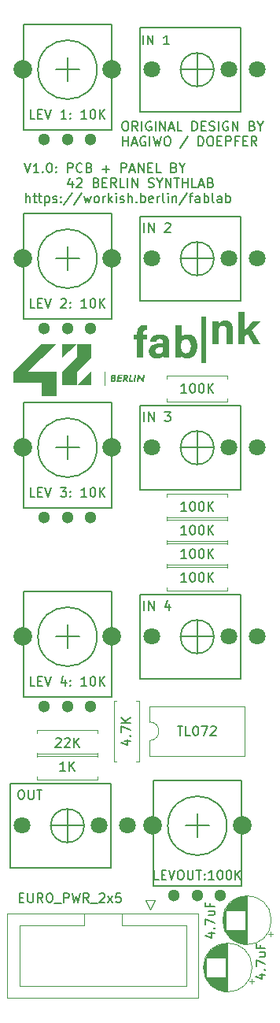
<source format=gbr>
%TF.GenerationSoftware,KiCad,Pcbnew,8.0.1-8.0.1-1~ubuntu22.04.1*%
%TF.CreationDate,2024-04-11T21:23:46+02:00*%
%TF.ProjectId,HagiwoEurorackMixer_PCBOnly,48616769-776f-4457-9572-6f7261636b4d,rev?*%
%TF.SameCoordinates,Original*%
%TF.FileFunction,Legend,Top*%
%TF.FilePolarity,Positive*%
%FSLAX46Y46*%
G04 Gerber Fmt 4.6, Leading zero omitted, Abs format (unit mm)*
G04 Created by KiCad (PCBNEW 8.0.1-8.0.1-1~ubuntu22.04.1) date 2024-04-11 21:23:46*
%MOMM*%
%LPD*%
G01*
G04 APERTURE LIST*
%ADD10C,0.000000*%
%ADD11C,0.150000*%
%ADD12C,0.120000*%
%ADD13C,1.800000*%
%ADD14C,2.000000*%
%ADD15C,1.300000*%
G04 APERTURE END LIST*
D10*
G36*
X82748437Y-86575534D02*
G01*
X82983228Y-86575534D01*
X82965052Y-86728768D01*
X82556588Y-86728768D01*
X82649614Y-85940804D01*
X82823368Y-85940804D01*
X82748437Y-86575534D01*
G37*
G36*
X95019813Y-81227083D02*
G01*
X95095260Y-81126831D01*
X95181870Y-81015417D01*
X95278402Y-80894080D01*
X95383615Y-80764062D01*
X95615126Y-80482943D01*
X95866480Y-80181979D01*
X96647000Y-80181979D01*
X95787105Y-81108021D01*
X96726376Y-82642604D01*
X95959084Y-82642604D01*
X95337313Y-81544584D01*
X95019813Y-81848855D01*
X95019813Y-82642604D01*
X94331897Y-82642604D01*
X94331897Y-79176563D01*
X95019813Y-79176563D01*
X95019813Y-81227083D01*
G37*
G36*
X90812938Y-84706354D02*
G01*
X90363147Y-84706354D01*
X90363147Y-79679271D01*
X90812938Y-79679271D01*
X90812938Y-84706354D01*
G37*
G36*
X80924269Y-85941149D02*
G01*
X80934618Y-85941661D01*
X80945196Y-85942471D01*
X80955949Y-85943635D01*
X80966823Y-85945206D01*
X80977762Y-85947239D01*
X80988713Y-85949788D01*
X80999621Y-85952908D01*
X81010433Y-85956652D01*
X81021092Y-85961074D01*
X81031546Y-85966230D01*
X81041738Y-85972174D01*
X81051617Y-85978959D01*
X81056421Y-85982684D01*
X81061125Y-85986640D01*
X81065724Y-85990833D01*
X81070211Y-85995271D01*
X81075191Y-86000657D01*
X81080027Y-86006465D01*
X81084693Y-86012693D01*
X81089165Y-86019337D01*
X81093420Y-86026394D01*
X81097431Y-86033860D01*
X81101176Y-86041733D01*
X81104630Y-86050009D01*
X81107769Y-86058686D01*
X81110568Y-86067759D01*
X81113003Y-86077226D01*
X81115050Y-86087083D01*
X81116684Y-86097328D01*
X81117881Y-86107956D01*
X81118618Y-86118965D01*
X81118869Y-86130352D01*
X81118725Y-86139756D01*
X81118296Y-86148909D01*
X81117585Y-86157816D01*
X81116594Y-86166480D01*
X81115327Y-86174906D01*
X81113787Y-86183098D01*
X81111977Y-86191061D01*
X81109899Y-86198798D01*
X81107557Y-86206313D01*
X81104954Y-86213612D01*
X81102093Y-86220698D01*
X81098977Y-86227575D01*
X81095609Y-86234247D01*
X81091992Y-86240720D01*
X81088129Y-86246996D01*
X81084022Y-86253081D01*
X81079344Y-86259536D01*
X81074573Y-86265562D01*
X81069722Y-86271176D01*
X81064803Y-86276392D01*
X81059827Y-86281224D01*
X81054807Y-86285689D01*
X81049755Y-86289800D01*
X81044683Y-86293572D01*
X81039601Y-86297021D01*
X81034524Y-86300162D01*
X81029462Y-86303009D01*
X81024428Y-86305577D01*
X81019433Y-86307881D01*
X81014490Y-86309936D01*
X81009610Y-86311757D01*
X81004805Y-86313359D01*
X81011905Y-86315238D01*
X81018767Y-86317325D01*
X81025393Y-86319605D01*
X81031784Y-86322065D01*
X81037941Y-86324691D01*
X81043866Y-86327469D01*
X81049558Y-86330385D01*
X81055020Y-86333425D01*
X81060252Y-86336577D01*
X81065256Y-86339825D01*
X81070031Y-86343156D01*
X81074580Y-86346556D01*
X81078904Y-86350011D01*
X81083002Y-86353508D01*
X81086878Y-86357032D01*
X81090531Y-86360571D01*
X81096833Y-86367279D01*
X81102652Y-86374071D01*
X81107997Y-86380960D01*
X81112880Y-86387962D01*
X81117310Y-86395092D01*
X81121299Y-86402365D01*
X81124857Y-86409794D01*
X81127995Y-86417396D01*
X81130725Y-86425186D01*
X81133055Y-86433177D01*
X81134997Y-86441386D01*
X81136563Y-86449826D01*
X81137762Y-86458514D01*
X81138605Y-86467463D01*
X81139103Y-86476688D01*
X81139266Y-86486206D01*
X81138908Y-86501526D01*
X81137865Y-86516175D01*
X81136184Y-86530159D01*
X81133915Y-86543488D01*
X81131105Y-86556170D01*
X81127802Y-86568214D01*
X81124054Y-86579628D01*
X81119909Y-86590421D01*
X81115416Y-86600601D01*
X81110621Y-86610177D01*
X81105574Y-86619157D01*
X81100323Y-86627549D01*
X81094914Y-86635363D01*
X81089397Y-86642607D01*
X81083819Y-86649289D01*
X81078228Y-86655417D01*
X81072558Y-86661125D01*
X81066728Y-86666543D01*
X81060746Y-86671676D01*
X81054619Y-86676533D01*
X81041953Y-86685448D01*
X81028787Y-86693343D01*
X81015173Y-86700276D01*
X81001167Y-86706305D01*
X80986822Y-86711488D01*
X80972194Y-86715880D01*
X80957335Y-86719541D01*
X80942301Y-86722528D01*
X80927146Y-86724897D01*
X80911924Y-86726707D01*
X80896690Y-86728014D01*
X80881497Y-86728877D01*
X80866401Y-86729352D01*
X80851454Y-86729498D01*
X80571578Y-86729498D01*
X80588238Y-86587155D01*
X80761998Y-86587155D01*
X80825260Y-86587155D01*
X80838385Y-86586948D01*
X80852872Y-86586178D01*
X80860455Y-86585514D01*
X80868174Y-86584626D01*
X80875962Y-86583487D01*
X80883750Y-86582070D01*
X80891470Y-86580346D01*
X80899054Y-86578288D01*
X80906434Y-86575869D01*
X80913542Y-86573060D01*
X80920310Y-86569835D01*
X80926670Y-86566165D01*
X80929676Y-86564155D01*
X80932554Y-86562023D01*
X80935296Y-86559766D01*
X80937894Y-86557381D01*
X80939870Y-86555455D01*
X80941967Y-86553211D01*
X80944150Y-86550637D01*
X80946384Y-86547722D01*
X80948636Y-86544454D01*
X80950872Y-86540821D01*
X80953057Y-86536811D01*
X80954120Y-86534662D01*
X80955157Y-86532414D01*
X80956165Y-86530066D01*
X80957138Y-86527616D01*
X80958074Y-86525063D01*
X80958966Y-86522407D01*
X80959812Y-86519644D01*
X80960607Y-86516774D01*
X80961346Y-86513795D01*
X80962026Y-86510706D01*
X80962641Y-86507505D01*
X80963189Y-86504191D01*
X80963664Y-86500762D01*
X80964062Y-86497217D01*
X80964379Y-86493555D01*
X80964611Y-86489774D01*
X80964753Y-86485872D01*
X80964801Y-86481848D01*
X80964756Y-86478627D01*
X80964612Y-86475240D01*
X80964355Y-86471711D01*
X80963970Y-86468062D01*
X80963446Y-86464315D01*
X80962767Y-86460492D01*
X80961921Y-86456616D01*
X80960892Y-86452709D01*
X80959669Y-86448794D01*
X80958236Y-86444892D01*
X80956581Y-86441027D01*
X80954689Y-86437220D01*
X80952546Y-86433493D01*
X80950140Y-86429870D01*
X80947456Y-86426373D01*
X80944481Y-86423023D01*
X80942081Y-86420644D01*
X80939531Y-86418404D01*
X80936843Y-86416302D01*
X80934029Y-86414330D01*
X80931102Y-86412487D01*
X80928072Y-86410767D01*
X80921753Y-86407681D01*
X80915167Y-86405036D01*
X80908408Y-86402801D01*
X80901572Y-86400940D01*
X80894753Y-86399419D01*
X80888046Y-86398205D01*
X80881544Y-86397263D01*
X80875344Y-86396559D01*
X80869539Y-86396060D01*
X80859495Y-86395538D01*
X80852169Y-86395425D01*
X80784541Y-86395425D01*
X80761998Y-86587155D01*
X80588238Y-86587155D01*
X80626404Y-86261074D01*
X80799781Y-86261074D01*
X80835420Y-86261074D01*
X80846810Y-86260867D01*
X80852819Y-86260567D01*
X80858987Y-86260098D01*
X80865275Y-86259433D01*
X80871644Y-86258545D01*
X80878056Y-86257406D01*
X80884474Y-86255988D01*
X80890858Y-86254264D01*
X80897170Y-86252206D01*
X80903372Y-86249786D01*
X80909425Y-86246977D01*
X80915291Y-86243750D01*
X80920932Y-86240080D01*
X80926309Y-86235936D01*
X80928887Y-86233679D01*
X80931385Y-86231293D01*
X80934439Y-86228029D01*
X80937319Y-86224513D01*
X80940021Y-86220764D01*
X80942543Y-86216804D01*
X80944881Y-86212653D01*
X80947033Y-86208330D01*
X80948994Y-86203856D01*
X80950762Y-86199251D01*
X80952334Y-86194536D01*
X80953707Y-86189730D01*
X80954877Y-86184853D01*
X80955841Y-86179927D01*
X80956597Y-86174971D01*
X80957140Y-86170005D01*
X80957469Y-86165050D01*
X80957579Y-86160125D01*
X80957421Y-86154302D01*
X80956965Y-86148810D01*
X80956237Y-86143639D01*
X80955261Y-86138779D01*
X80954063Y-86134222D01*
X80952669Y-86129958D01*
X80951104Y-86125976D01*
X80949393Y-86122268D01*
X80947562Y-86118824D01*
X80945637Y-86115634D01*
X80943643Y-86112689D01*
X80941605Y-86109979D01*
X80939549Y-86107495D01*
X80937500Y-86105227D01*
X80935485Y-86103165D01*
X80933527Y-86101300D01*
X80931527Y-86099648D01*
X80929475Y-86098095D01*
X80927372Y-86096639D01*
X80925221Y-86095275D01*
X80920787Y-86092814D01*
X80916195Y-86090688D01*
X80911465Y-86088873D01*
X80906620Y-86087345D01*
X80901680Y-86086078D01*
X80896668Y-86085048D01*
X80891604Y-86084232D01*
X80886511Y-86083603D01*
X80881410Y-86083139D01*
X80876322Y-86082814D01*
X80866272Y-86082483D01*
X80856533Y-86082417D01*
X80820180Y-86082417D01*
X80799781Y-86261074D01*
X80626404Y-86261074D01*
X80663890Y-85940804D01*
X80904476Y-85940804D01*
X80924269Y-85941149D01*
G37*
G36*
X92961793Y-80130030D02*
G01*
X93006250Y-80132929D01*
X93049714Y-80137750D01*
X93092152Y-80144488D01*
X93133535Y-80153135D01*
X93173830Y-80163683D01*
X93213006Y-80176125D01*
X93251032Y-80190454D01*
X93287875Y-80206663D01*
X93323504Y-80224745D01*
X93357889Y-80244691D01*
X93390997Y-80266496D01*
X93422797Y-80290151D01*
X93453257Y-80315650D01*
X93482347Y-80342985D01*
X93510034Y-80372149D01*
X93536286Y-80403134D01*
X93561074Y-80435933D01*
X93584364Y-80470540D01*
X93606126Y-80506947D01*
X93626328Y-80545146D01*
X93644938Y-80585130D01*
X93661925Y-80626892D01*
X93677258Y-80670425D01*
X93690905Y-80715721D01*
X93702835Y-80762774D01*
X93713015Y-80811576D01*
X93721416Y-80862119D01*
X93728004Y-80914396D01*
X93732749Y-80968401D01*
X93735619Y-81024126D01*
X93736583Y-81081563D01*
X93736583Y-82642604D01*
X93048667Y-82642604D01*
X93048667Y-81160938D01*
X93047553Y-81109807D01*
X93044094Y-81060711D01*
X93038115Y-81013825D01*
X93029443Y-80969322D01*
X93017903Y-80927376D01*
X93011003Y-80907418D01*
X93003321Y-80888164D01*
X92994834Y-80869636D01*
X92985522Y-80851858D01*
X92975361Y-80834849D01*
X92964331Y-80818633D01*
X92952410Y-80803231D01*
X92939575Y-80788664D01*
X92925805Y-80774955D01*
X92911079Y-80762125D01*
X92895373Y-80750196D01*
X92878668Y-80739190D01*
X92860940Y-80729129D01*
X92842168Y-80720034D01*
X92822330Y-80711928D01*
X92801405Y-80704832D01*
X92779370Y-80698767D01*
X92756204Y-80693757D01*
X92731885Y-80689822D01*
X92706391Y-80686984D01*
X92679701Y-80685265D01*
X92651792Y-80684688D01*
X92623731Y-80685156D01*
X92596598Y-80686577D01*
X92570390Y-80688971D01*
X92545106Y-80692362D01*
X92520741Y-80696769D01*
X92497295Y-80702216D01*
X92474765Y-80708723D01*
X92453147Y-80716314D01*
X92432441Y-80725009D01*
X92412643Y-80734830D01*
X92393750Y-80745799D01*
X92375762Y-80757939D01*
X92358674Y-80771270D01*
X92342485Y-80785815D01*
X92327193Y-80801595D01*
X92312794Y-80818633D01*
X92299287Y-80836949D01*
X92286668Y-80856567D01*
X92274937Y-80877507D01*
X92264089Y-80899791D01*
X92254123Y-80923441D01*
X92245036Y-80948480D01*
X92236827Y-80974928D01*
X92229492Y-81002808D01*
X92223028Y-81032141D01*
X92217435Y-81062949D01*
X92212708Y-81095255D01*
X92208847Y-81129079D01*
X92205848Y-81164444D01*
X92203708Y-81201371D01*
X92202000Y-81280000D01*
X92202000Y-82642604D01*
X91514084Y-82642604D01*
X91514084Y-80181979D01*
X92175542Y-80181979D01*
X92180477Y-80211357D01*
X92185257Y-80248332D01*
X92189727Y-80290577D01*
X92193732Y-80335768D01*
X92197116Y-80381579D01*
X92199726Y-80425685D01*
X92201405Y-80465760D01*
X92202000Y-80499479D01*
X92218307Y-80469158D01*
X92237579Y-80437984D01*
X92259990Y-80406345D01*
X92285716Y-80374629D01*
X92314929Y-80343223D01*
X92330898Y-80327757D01*
X92347805Y-80312514D01*
X92365671Y-80297542D01*
X92384518Y-80282890D01*
X92404368Y-80268607D01*
X92425242Y-80254740D01*
X92447163Y-80241338D01*
X92470152Y-80228449D01*
X92494231Y-80216123D01*
X92519423Y-80204407D01*
X92545747Y-80193350D01*
X92573227Y-80183000D01*
X92601885Y-80173406D01*
X92631741Y-80164616D01*
X92662819Y-80156679D01*
X92695139Y-80149643D01*
X92728723Y-80143556D01*
X92763594Y-80138468D01*
X92799772Y-80134426D01*
X92837281Y-80131478D01*
X92876141Y-80129675D01*
X92916375Y-80129063D01*
X92961793Y-80130030D01*
G37*
G36*
X80015556Y-87124555D02*
G01*
X79897842Y-87124555D01*
X79897842Y-85640124D01*
X80015556Y-85640124D01*
X80015556Y-87124555D01*
G37*
G36*
X78463695Y-84118648D02*
G01*
X76923479Y-85598000D01*
X76923479Y-87077351D01*
X75383985Y-87077351D01*
X75383985Y-85598000D01*
X76923479Y-84118648D01*
X76923479Y-82639296D01*
X78463695Y-82639296D01*
X78463695Y-84118648D01*
G37*
G36*
X85985675Y-81627072D02*
G01*
X86098911Y-81636464D01*
X86204861Y-81652212D01*
X86303446Y-81674394D01*
X86349953Y-81687922D01*
X86394591Y-81703088D01*
X86437348Y-81719900D01*
X86478216Y-81738370D01*
X86517185Y-81758506D01*
X86554245Y-81780318D01*
X86589386Y-81803816D01*
X86622600Y-81829010D01*
X86653875Y-81855909D01*
X86683203Y-81884524D01*
X86710574Y-81914862D01*
X86735978Y-81946936D01*
X86759405Y-81980753D01*
X86780846Y-82016324D01*
X86800291Y-82053659D01*
X86817730Y-82092767D01*
X86833154Y-82133657D01*
X86846553Y-82176340D01*
X86857916Y-82220826D01*
X86867236Y-82267123D01*
X86874501Y-82315242D01*
X86879703Y-82365192D01*
X86882831Y-82416983D01*
X86883876Y-82470625D01*
X86883876Y-83502501D01*
X86886150Y-83694737D01*
X86892144Y-83889453D01*
X86896149Y-83976115D01*
X86900619Y-84049444D01*
X86905399Y-84104789D01*
X86910334Y-84137501D01*
X86262105Y-84137501D01*
X86257144Y-84114789D01*
X86252183Y-84087271D01*
X86242261Y-84023398D01*
X86232340Y-83957046D01*
X86227379Y-83926428D01*
X86222418Y-83899375D01*
X86204228Y-83926625D01*
X86184177Y-83953661D01*
X86161956Y-83980271D01*
X86149935Y-83993350D01*
X86137255Y-84006242D01*
X86123877Y-84018921D01*
X86109763Y-84031360D01*
X86094874Y-84043532D01*
X86079171Y-84055412D01*
X86062615Y-84066972D01*
X86045168Y-84078185D01*
X86026790Y-84089025D01*
X86007444Y-84099466D01*
X85987090Y-84109480D01*
X85965689Y-84119042D01*
X85943204Y-84128123D01*
X85919594Y-84136699D01*
X85894822Y-84144741D01*
X85868848Y-84152224D01*
X85841634Y-84159121D01*
X85813140Y-84165405D01*
X85783330Y-84171049D01*
X85752162Y-84176028D01*
X85719600Y-84180313D01*
X85685603Y-84183879D01*
X85650134Y-84186699D01*
X85613153Y-84188747D01*
X85574622Y-84189994D01*
X85534501Y-84190416D01*
X85479696Y-84189304D01*
X85426888Y-84186014D01*
X85376063Y-84180617D01*
X85327201Y-84173182D01*
X85280288Y-84163781D01*
X85235304Y-84152483D01*
X85192235Y-84139358D01*
X85151062Y-84124477D01*
X85111769Y-84107910D01*
X85074339Y-84089728D01*
X85038754Y-84070000D01*
X85004999Y-84048797D01*
X84973055Y-84026189D01*
X84942906Y-84002246D01*
X84914535Y-83977039D01*
X84887926Y-83950638D01*
X84863060Y-83923112D01*
X84839922Y-83894533D01*
X84818493Y-83864970D01*
X84798758Y-83834495D01*
X84780699Y-83803176D01*
X84764300Y-83771084D01*
X84749542Y-83738291D01*
X84736411Y-83704864D01*
X84714955Y-83636396D01*
X84699798Y-83566242D01*
X84690803Y-83494964D01*
X84687835Y-83423124D01*
X84688851Y-83383437D01*
X85375751Y-83383437D01*
X85377001Y-83415493D01*
X85380789Y-83447025D01*
X85383654Y-83462529D01*
X85387174Y-83477821D01*
X85391359Y-83492876D01*
X85396215Y-83507668D01*
X85401748Y-83522168D01*
X85407968Y-83536351D01*
X85414880Y-83550191D01*
X85422492Y-83563659D01*
X85430811Y-83576730D01*
X85439846Y-83589378D01*
X85449602Y-83601575D01*
X85460087Y-83613294D01*
X85471308Y-83624510D01*
X85483273Y-83635195D01*
X85495989Y-83645324D01*
X85509463Y-83654868D01*
X85523703Y-83663802D01*
X85538715Y-83672099D01*
X85554508Y-83679732D01*
X85571088Y-83686675D01*
X85588462Y-83692901D01*
X85606638Y-83698383D01*
X85625623Y-83703095D01*
X85645424Y-83707009D01*
X85666049Y-83710101D01*
X85687505Y-83712342D01*
X85709799Y-83713706D01*
X85732938Y-83714167D01*
X85772752Y-83713284D01*
X85810379Y-83710672D01*
X85845878Y-83706384D01*
X85879312Y-83700472D01*
X85910740Y-83692991D01*
X85940222Y-83683994D01*
X85967820Y-83673533D01*
X85993594Y-83661663D01*
X86017605Y-83648436D01*
X86039912Y-83633906D01*
X86060578Y-83618127D01*
X86079661Y-83601150D01*
X86097224Y-83583030D01*
X86113325Y-83563820D01*
X86128027Y-83543574D01*
X86141389Y-83522343D01*
X86153472Y-83500183D01*
X86164336Y-83477146D01*
X86174043Y-83453285D01*
X86182652Y-83428654D01*
X86190225Y-83403306D01*
X86196821Y-83377294D01*
X86207328Y-83323492D01*
X86214656Y-83267675D01*
X86219291Y-83210269D01*
X86221716Y-83151701D01*
X86222417Y-83092396D01*
X86222417Y-83013020D01*
X85944605Y-83013020D01*
X85870633Y-83014564D01*
X85802417Y-83019170D01*
X85739821Y-83026799D01*
X85682709Y-83037412D01*
X85630945Y-83050971D01*
X85584394Y-83067436D01*
X85563031Y-83076747D01*
X85542921Y-83086770D01*
X85524046Y-83097500D01*
X85506389Y-83108932D01*
X85489933Y-83121063D01*
X85474663Y-83133886D01*
X85460559Y-83147397D01*
X85447607Y-83161591D01*
X85435788Y-83176463D01*
X85425086Y-83192009D01*
X85415483Y-83208223D01*
X85406963Y-83225101D01*
X85399509Y-83242638D01*
X85393104Y-83260829D01*
X85387731Y-83279669D01*
X85383373Y-83299153D01*
X85377634Y-83340036D01*
X85375751Y-83383437D01*
X84688851Y-83383437D01*
X84689147Y-83371886D01*
X84693064Y-83322349D01*
X84699553Y-83274507D01*
X84708583Y-83228356D01*
X84720122Y-83183891D01*
X84734140Y-83141107D01*
X84750604Y-83099999D01*
X84769483Y-83060562D01*
X84790746Y-83022793D01*
X84814361Y-82986684D01*
X84840297Y-82952233D01*
X84868521Y-82919434D01*
X84899003Y-82888282D01*
X84931712Y-82858772D01*
X84966615Y-82830900D01*
X85003681Y-82804661D01*
X85042879Y-82780049D01*
X85084177Y-82757060D01*
X85127543Y-82735690D01*
X85172947Y-82715932D01*
X85220357Y-82697783D01*
X85269740Y-82681238D01*
X85321067Y-82666291D01*
X85374304Y-82652939D01*
X85429422Y-82641175D01*
X85486387Y-82630995D01*
X85545169Y-82622395D01*
X85605737Y-82615370D01*
X85668058Y-82609914D01*
X85732102Y-82606023D01*
X85865230Y-82602916D01*
X86222417Y-82602916D01*
X86222417Y-82457395D01*
X86221597Y-82425191D01*
X86218955Y-82393239D01*
X86214220Y-82361791D01*
X86207121Y-82331098D01*
X86202600Y-82316114D01*
X86197387Y-82301413D01*
X86191446Y-82287027D01*
X86184745Y-82272988D01*
X86177250Y-82259326D01*
X86168926Y-82246074D01*
X86159739Y-82233263D01*
X86149657Y-82220924D01*
X86138644Y-82209089D01*
X86126667Y-82197789D01*
X86113693Y-82187056D01*
X86099686Y-82176922D01*
X86084613Y-82167417D01*
X86068441Y-82158573D01*
X86051135Y-82150422D01*
X86032662Y-82142996D01*
X86012987Y-82136325D01*
X85992076Y-82130442D01*
X85969897Y-82125377D01*
X85946414Y-82121163D01*
X85921594Y-82117830D01*
X85895403Y-82115411D01*
X85867807Y-82113936D01*
X85838772Y-82113437D01*
X85812177Y-82113784D01*
X85786937Y-82114819D01*
X85763010Y-82116533D01*
X85740354Y-82118915D01*
X85718929Y-82121956D01*
X85698693Y-82125646D01*
X85679605Y-82129975D01*
X85661625Y-82134935D01*
X85644710Y-82140514D01*
X85628820Y-82146704D01*
X85613913Y-82153494D01*
X85599949Y-82160876D01*
X85586886Y-82168839D01*
X85574683Y-82177374D01*
X85563298Y-82186470D01*
X85552691Y-82196119D01*
X85542820Y-82206311D01*
X85533645Y-82217035D01*
X85525124Y-82228283D01*
X85517215Y-82240044D01*
X85509878Y-82252309D01*
X85503072Y-82265069D01*
X85490886Y-82292031D01*
X85480328Y-82320853D01*
X85471068Y-82351459D01*
X85462777Y-82383769D01*
X85455126Y-82417708D01*
X84806897Y-82417708D01*
X84817038Y-82336850D01*
X84832838Y-82258260D01*
X84842982Y-82219943D01*
X84854685Y-82182344D01*
X84867996Y-82145516D01*
X84882965Y-82109510D01*
X84899638Y-82074375D01*
X84918066Y-82040163D01*
X84938295Y-82006925D01*
X84960376Y-81974712D01*
X84984355Y-81943574D01*
X85010282Y-81913562D01*
X85038205Y-81884728D01*
X85068173Y-81857122D01*
X85100233Y-81830795D01*
X85134435Y-81805798D01*
X85170826Y-81782181D01*
X85209456Y-81759996D01*
X85250373Y-81739294D01*
X85293624Y-81720125D01*
X85339259Y-81702540D01*
X85387326Y-81686590D01*
X85437874Y-81672326D01*
X85490951Y-81659799D01*
X85546605Y-81649059D01*
X85604884Y-81640159D01*
X85665838Y-81633147D01*
X85729515Y-81628076D01*
X85795963Y-81624996D01*
X85865230Y-81623958D01*
X85985675Y-81627072D01*
G37*
G36*
X88193563Y-81928229D02*
G01*
X88214518Y-81898502D01*
X88237798Y-81869008D01*
X88263559Y-81839979D01*
X88291955Y-81811647D01*
X88307190Y-81797815D01*
X88323142Y-81784245D01*
X88339830Y-81770966D01*
X88357274Y-81758007D01*
X88375493Y-81745396D01*
X88394507Y-81733163D01*
X88414335Y-81721337D01*
X88434996Y-81709948D01*
X88456509Y-81699023D01*
X88478895Y-81688592D01*
X88502172Y-81678685D01*
X88526359Y-81669330D01*
X88551477Y-81660556D01*
X88577545Y-81652393D01*
X88604581Y-81644869D01*
X88632606Y-81638014D01*
X88661639Y-81631856D01*
X88691698Y-81626425D01*
X88722804Y-81621750D01*
X88754976Y-81617860D01*
X88788233Y-81614784D01*
X88822595Y-81612550D01*
X88858080Y-81611189D01*
X88894709Y-81610729D01*
X88956954Y-81612344D01*
X89017185Y-81617137D01*
X89075407Y-81625030D01*
X89131620Y-81635947D01*
X89185827Y-81649809D01*
X89238031Y-81666539D01*
X89288234Y-81686060D01*
X89336439Y-81708294D01*
X89382648Y-81733163D01*
X89426863Y-81760590D01*
X89469087Y-81790498D01*
X89509323Y-81822809D01*
X89547572Y-81857445D01*
X89583837Y-81894329D01*
X89618120Y-81933384D01*
X89650425Y-81974531D01*
X89680753Y-82017694D01*
X89709107Y-82062794D01*
X89735489Y-82109755D01*
X89759902Y-82158499D01*
X89782347Y-82208948D01*
X89802828Y-82261025D01*
X89821348Y-82314653D01*
X89837907Y-82369753D01*
X89852509Y-82426248D01*
X89865157Y-82484061D01*
X89875852Y-82543114D01*
X89884597Y-82603330D01*
X89891394Y-82664631D01*
X89896247Y-82726940D01*
X89900125Y-82854271D01*
X89895794Y-82982642D01*
X89882840Y-83109191D01*
X89861320Y-83233027D01*
X89831292Y-83353258D01*
X89792816Y-83468994D01*
X89745949Y-83579343D01*
X89690749Y-83683413D01*
X89660042Y-83732814D01*
X89627274Y-83780312D01*
X89592452Y-83825795D01*
X89555583Y-83869151D01*
X89516674Y-83910268D01*
X89475733Y-83949036D01*
X89432767Y-83985343D01*
X89387783Y-84019077D01*
X89340788Y-84050127D01*
X89291791Y-84078382D01*
X89240797Y-84103730D01*
X89187814Y-84126060D01*
X89132850Y-84145260D01*
X89075912Y-84161219D01*
X89017007Y-84173826D01*
X88956143Y-84182968D01*
X88893325Y-84188536D01*
X88828563Y-84190416D01*
X88761549Y-84189183D01*
X88699243Y-84185507D01*
X88641394Y-84179429D01*
X88587751Y-84170986D01*
X88538061Y-84160218D01*
X88492072Y-84147163D01*
X88449533Y-84131860D01*
X88410191Y-84114348D01*
X88373794Y-84094666D01*
X88340092Y-84072852D01*
X88308831Y-84048945D01*
X88279759Y-84022984D01*
X88252626Y-83995008D01*
X88227179Y-83965055D01*
X88203165Y-83933165D01*
X88180334Y-83899375D01*
X88179740Y-83929683D01*
X88178060Y-83960767D01*
X88175451Y-83992160D01*
X88172066Y-84023399D01*
X88168061Y-84054017D01*
X88163591Y-84083550D01*
X88158811Y-84111533D01*
X88153875Y-84137501D01*
X87505646Y-84137501D01*
X87505646Y-83330522D01*
X87505646Y-82907187D01*
X88153875Y-82907187D01*
X88155309Y-82983090D01*
X88159766Y-83056765D01*
X88167479Y-83127842D01*
X88178680Y-83195955D01*
X88193602Y-83260735D01*
X88212477Y-83321813D01*
X88235537Y-83378822D01*
X88248710Y-83405685D01*
X88263016Y-83431393D01*
X88278485Y-83455899D01*
X88295146Y-83479158D01*
X88313028Y-83501123D01*
X88332159Y-83521749D01*
X88352570Y-83540989D01*
X88374288Y-83558798D01*
X88397344Y-83575129D01*
X88421766Y-83589936D01*
X88447583Y-83603174D01*
X88474825Y-83614796D01*
X88503520Y-83624756D01*
X88533697Y-83633009D01*
X88565386Y-83639507D01*
X88598616Y-83644206D01*
X88633415Y-83647059D01*
X88669813Y-83648021D01*
X88702757Y-83647133D01*
X88734619Y-83644487D01*
X88765400Y-83640107D01*
X88795103Y-83634016D01*
X88823730Y-83626240D01*
X88851285Y-83616802D01*
X88877768Y-83605726D01*
X88903184Y-83593037D01*
X88927534Y-83578759D01*
X88950820Y-83562916D01*
X88973045Y-83545533D01*
X88994212Y-83526633D01*
X89014323Y-83506241D01*
X89033380Y-83484381D01*
X89051385Y-83461077D01*
X89068342Y-83436354D01*
X89084252Y-83410236D01*
X89099118Y-83382746D01*
X89112943Y-83353910D01*
X89125729Y-83323751D01*
X89137477Y-83292294D01*
X89148192Y-83259563D01*
X89157874Y-83225581D01*
X89166527Y-83190374D01*
X89174153Y-83153966D01*
X89180754Y-83116380D01*
X89186333Y-83077642D01*
X89190892Y-83037774D01*
X89194434Y-82996802D01*
X89196961Y-82954749D01*
X89198980Y-82867500D01*
X89197110Y-82791894D01*
X89191461Y-82719060D01*
X89181975Y-82649287D01*
X89168594Y-82582866D01*
X89151260Y-82520089D01*
X89129914Y-82461246D01*
X89104499Y-82406627D01*
X89090247Y-82380993D01*
X89074956Y-82356523D01*
X89058619Y-82333256D01*
X89041228Y-82311226D01*
X89022776Y-82290470D01*
X89003255Y-82271025D01*
X88982659Y-82252926D01*
X88960981Y-82236211D01*
X88938212Y-82220915D01*
X88914346Y-82207075D01*
X88889375Y-82194727D01*
X88863293Y-82183908D01*
X88836091Y-82174653D01*
X88807763Y-82167000D01*
X88778302Y-82160984D01*
X88747699Y-82156642D01*
X88715948Y-82154010D01*
X88683042Y-82153125D01*
X88646606Y-82153861D01*
X88611696Y-82156070D01*
X88578288Y-82159752D01*
X88546358Y-82164907D01*
X88515881Y-82171535D01*
X88486833Y-82179635D01*
X88459190Y-82189208D01*
X88432928Y-82200254D01*
X88408022Y-82212772D01*
X88384449Y-82226764D01*
X88362184Y-82242228D01*
X88341202Y-82259165D01*
X88321481Y-82277575D01*
X88302994Y-82297457D01*
X88285719Y-82318813D01*
X88269631Y-82341641D01*
X88254705Y-82365941D01*
X88240918Y-82391715D01*
X88228245Y-82418962D01*
X88216662Y-82447681D01*
X88206145Y-82477873D01*
X88196670Y-82509537D01*
X88188212Y-82542675D01*
X88180747Y-82577285D01*
X88174251Y-82613368D01*
X88168700Y-82650924D01*
X88160335Y-82730454D01*
X88155458Y-82815875D01*
X88153875Y-82907187D01*
X87505646Y-82907187D01*
X87505647Y-80658229D01*
X88193563Y-80658229D01*
X88193563Y-81928229D01*
G37*
G36*
X82228057Y-85941241D02*
G01*
X82241439Y-85941895D01*
X82254744Y-85942936D01*
X82267953Y-85944437D01*
X82281045Y-85946470D01*
X82293999Y-85949107D01*
X82306794Y-85952421D01*
X82319412Y-85956483D01*
X82331830Y-85961367D01*
X82344029Y-85967145D01*
X82355987Y-85973889D01*
X82367685Y-85981671D01*
X82379103Y-85990564D01*
X82390219Y-86000640D01*
X82401013Y-86011972D01*
X82405934Y-86017548D01*
X82410846Y-86023663D01*
X82415706Y-86030330D01*
X82420472Y-86037559D01*
X82425101Y-86045363D01*
X82429551Y-86053754D01*
X82433780Y-86062742D01*
X82437743Y-86072340D01*
X82441400Y-86082558D01*
X82444708Y-86093410D01*
X82447623Y-86104907D01*
X82450104Y-86117060D01*
X82452107Y-86129881D01*
X82453591Y-86143381D01*
X82454512Y-86157573D01*
X82454749Y-86164932D01*
X82454829Y-86172468D01*
X82454542Y-86186306D01*
X82453692Y-86199763D01*
X82452299Y-86212836D01*
X82450380Y-86225518D01*
X82447954Y-86237804D01*
X82445038Y-86249689D01*
X82441652Y-86261168D01*
X82437813Y-86272236D01*
X82433540Y-86282886D01*
X82428850Y-86293114D01*
X82423763Y-86302914D01*
X82418296Y-86312281D01*
X82412467Y-86321210D01*
X82406296Y-86329696D01*
X82399799Y-86337732D01*
X82392997Y-86345315D01*
X82386723Y-86351451D01*
X82380182Y-86357325D01*
X82373396Y-86362934D01*
X82366387Y-86368272D01*
X82359177Y-86373333D01*
X82351790Y-86378112D01*
X82344246Y-86382603D01*
X82336570Y-86386802D01*
X82328783Y-86390704D01*
X82320908Y-86394302D01*
X82312967Y-86397592D01*
X82304982Y-86400568D01*
X82296977Y-86403224D01*
X82288973Y-86405557D01*
X82280993Y-86407560D01*
X82273060Y-86409228D01*
X82467131Y-86729498D01*
X82264329Y-86729498D01*
X82082640Y-86418666D01*
X82046285Y-86729498D01*
X81872614Y-86729498D01*
X81923021Y-86298833D01*
X82096450Y-86298833D01*
X82139314Y-86298833D01*
X82150572Y-86298629D01*
X82156615Y-86298335D01*
X82162882Y-86297880D01*
X82169332Y-86297238D01*
X82175927Y-86296383D01*
X82182626Y-86295290D01*
X82189389Y-86293933D01*
X82196178Y-86292286D01*
X82202952Y-86290325D01*
X82209673Y-86288023D01*
X82216299Y-86285355D01*
X82222792Y-86282295D01*
X82229111Y-86278819D01*
X82235218Y-86274899D01*
X82241073Y-86270512D01*
X82243872Y-86268170D01*
X82246542Y-86265774D01*
X82249085Y-86263326D01*
X82251504Y-86260829D01*
X82253801Y-86258284D01*
X82255980Y-86255694D01*
X82259992Y-86250381D01*
X82263560Y-86244907D01*
X82266707Y-86239286D01*
X82269453Y-86233533D01*
X82271819Y-86227664D01*
X82273828Y-86221692D01*
X82275499Y-86215632D01*
X82276855Y-86209501D01*
X82277917Y-86203312D01*
X82278706Y-86197080D01*
X82279243Y-86190821D01*
X82279550Y-86184549D01*
X82279647Y-86178278D01*
X82279574Y-86173568D01*
X82279336Y-86168715D01*
X82278905Y-86163747D01*
X82278254Y-86158693D01*
X82277355Y-86153579D01*
X82276182Y-86148432D01*
X82274707Y-86143282D01*
X82272901Y-86138155D01*
X82270739Y-86133080D01*
X82268192Y-86128082D01*
X82265233Y-86123192D01*
X82263590Y-86120795D01*
X82261834Y-86118435D01*
X82259961Y-86116115D01*
X82257968Y-86113840D01*
X82255852Y-86111611D01*
X82253608Y-86109434D01*
X82251234Y-86107310D01*
X82248726Y-86105245D01*
X82246081Y-86103240D01*
X82243295Y-86101300D01*
X82238950Y-86098574D01*
X82234372Y-86096109D01*
X82229567Y-86093893D01*
X82224539Y-86091914D01*
X82219293Y-86090160D01*
X82213836Y-86088621D01*
X82208172Y-86087284D01*
X82202307Y-86086138D01*
X82196246Y-86085170D01*
X82189993Y-86084369D01*
X82183555Y-86083724D01*
X82176935Y-86083222D01*
X82170141Y-86082852D01*
X82163176Y-86082603D01*
X82148758Y-86082417D01*
X82122645Y-86082417D01*
X82096450Y-86298833D01*
X81923021Y-86298833D01*
X81964927Y-85940804D01*
X82201147Y-85940804D01*
X82228057Y-85941241D01*
G37*
G36*
X78463616Y-87077383D02*
G01*
X76923431Y-87077383D01*
X78463616Y-85598031D01*
X78463616Y-87077383D01*
G37*
G36*
X83239133Y-86728768D02*
G01*
X83065382Y-86728768D01*
X83157694Y-85940804D01*
X83331446Y-85940804D01*
X83239133Y-86728768D01*
G37*
G36*
X71643494Y-85598000D02*
G01*
X74723934Y-85598000D01*
X74723934Y-88274921D01*
X73183718Y-88274921D01*
X73183718Y-86795570D01*
X70104000Y-86795570D01*
X70104000Y-85598000D01*
X73183718Y-82639296D01*
X74723934Y-82639296D01*
X71643494Y-85598000D01*
G37*
G36*
X81811574Y-86094038D02*
G01*
X81518600Y-86094038D01*
X81496773Y-86246549D01*
X81779585Y-86246549D01*
X81757758Y-86400512D01*
X81475739Y-86400512D01*
X81451767Y-86575534D01*
X81749741Y-86575534D01*
X81728707Y-86729498D01*
X81228564Y-86729498D01*
X81338340Y-85940804D01*
X81833322Y-85940804D01*
X81811574Y-86094038D01*
G37*
G36*
X84243469Y-80605907D02*
G01*
X84288892Y-80607586D01*
X84333696Y-80610196D01*
X84376949Y-80613581D01*
X84417722Y-80617586D01*
X84455084Y-80622056D01*
X84488105Y-80626836D01*
X84515855Y-80631771D01*
X84515855Y-81174167D01*
X84508262Y-81174018D01*
X84500378Y-81173598D01*
X84483816Y-81172100D01*
X84466323Y-81169981D01*
X84448056Y-81167552D01*
X84429168Y-81165123D01*
X84409815Y-81163005D01*
X84400013Y-81162159D01*
X84390152Y-81161506D01*
X84380253Y-81161086D01*
X84370334Y-81160938D01*
X84334513Y-81161891D01*
X84317630Y-81163107D01*
X84301424Y-81164839D01*
X84285886Y-81167105D01*
X84271009Y-81169920D01*
X84256786Y-81173302D01*
X84243210Y-81177267D01*
X84230274Y-81181834D01*
X84217969Y-81187018D01*
X84206290Y-81192837D01*
X84195229Y-81199307D01*
X84184777Y-81206446D01*
X84174929Y-81214271D01*
X84165677Y-81222798D01*
X84157014Y-81232044D01*
X84148932Y-81242027D01*
X84141424Y-81252763D01*
X84134482Y-81264270D01*
X84128101Y-81276564D01*
X84122272Y-81289662D01*
X84116987Y-81303581D01*
X84112241Y-81318338D01*
X84108025Y-81333950D01*
X84104332Y-81350435D01*
X84101155Y-81367808D01*
X84098487Y-81386087D01*
X84096320Y-81405290D01*
X84093461Y-81446531D01*
X84092522Y-81491667D01*
X84092522Y-81650417D01*
X84529084Y-81650417D01*
X84529084Y-82166355D01*
X84105751Y-82166355D01*
X84105751Y-84124271D01*
X83431063Y-84137501D01*
X83431063Y-82179584D01*
X83060647Y-82179584D01*
X83060647Y-81663646D01*
X83417834Y-81663646D01*
X83417834Y-81451979D01*
X83420786Y-81359627D01*
X83429668Y-81271267D01*
X83444519Y-81187170D01*
X83454194Y-81146805D01*
X83465377Y-81107608D01*
X83478070Y-81069612D01*
X83492281Y-81032851D01*
X83508012Y-80997360D01*
X83525270Y-80963172D01*
X83544058Y-80930321D01*
X83564382Y-80898841D01*
X83586247Y-80868766D01*
X83609657Y-80840130D01*
X83634618Y-80812967D01*
X83661133Y-80787310D01*
X83689209Y-80763194D01*
X83718849Y-80740653D01*
X83750060Y-80719720D01*
X83782844Y-80700429D01*
X83817208Y-80682815D01*
X83853157Y-80666911D01*
X83890694Y-80652751D01*
X83929825Y-80640368D01*
X83970555Y-80629798D01*
X84012888Y-80621074D01*
X84056830Y-80614229D01*
X84102386Y-80609298D01*
X84149559Y-80606314D01*
X84198355Y-80605312D01*
X84243469Y-80605907D01*
G37*
G36*
X75383985Y-84118648D02*
G01*
X75383985Y-82639296D01*
X76923479Y-82639296D01*
X75383985Y-84118648D01*
G37*
G36*
X83998037Y-86453527D02*
G01*
X84059077Y-85940804D01*
X84232749Y-85940804D01*
X84140436Y-86729498D01*
X83989307Y-86729498D01*
X83640374Y-86213870D01*
X83580763Y-86729498D01*
X83407091Y-86729498D01*
X83500833Y-85940804D01*
X83652042Y-85940804D01*
X83998037Y-86453527D01*
G37*
D11*
X71313922Y-63213931D02*
X71647255Y-64213931D01*
X71647255Y-64213931D02*
X71980588Y-63213931D01*
X72837731Y-64213931D02*
X72266303Y-64213931D01*
X72552017Y-64213931D02*
X72552017Y-63213931D01*
X72552017Y-63213931D02*
X72456779Y-63356788D01*
X72456779Y-63356788D02*
X72361541Y-63452026D01*
X72361541Y-63452026D02*
X72266303Y-63499645D01*
X73266303Y-64118692D02*
X73313922Y-64166312D01*
X73313922Y-64166312D02*
X73266303Y-64213931D01*
X73266303Y-64213931D02*
X73218684Y-64166312D01*
X73218684Y-64166312D02*
X73266303Y-64118692D01*
X73266303Y-64118692D02*
X73266303Y-64213931D01*
X73932969Y-63213931D02*
X74028207Y-63213931D01*
X74028207Y-63213931D02*
X74123445Y-63261550D01*
X74123445Y-63261550D02*
X74171064Y-63309169D01*
X74171064Y-63309169D02*
X74218683Y-63404407D01*
X74218683Y-63404407D02*
X74266302Y-63594883D01*
X74266302Y-63594883D02*
X74266302Y-63832978D01*
X74266302Y-63832978D02*
X74218683Y-64023454D01*
X74218683Y-64023454D02*
X74171064Y-64118692D01*
X74171064Y-64118692D02*
X74123445Y-64166312D01*
X74123445Y-64166312D02*
X74028207Y-64213931D01*
X74028207Y-64213931D02*
X73932969Y-64213931D01*
X73932969Y-64213931D02*
X73837731Y-64166312D01*
X73837731Y-64166312D02*
X73790112Y-64118692D01*
X73790112Y-64118692D02*
X73742493Y-64023454D01*
X73742493Y-64023454D02*
X73694874Y-63832978D01*
X73694874Y-63832978D02*
X73694874Y-63594883D01*
X73694874Y-63594883D02*
X73742493Y-63404407D01*
X73742493Y-63404407D02*
X73790112Y-63309169D01*
X73790112Y-63309169D02*
X73837731Y-63261550D01*
X73837731Y-63261550D02*
X73932969Y-63213931D01*
X74694874Y-64118692D02*
X74742493Y-64166312D01*
X74742493Y-64166312D02*
X74694874Y-64213931D01*
X74694874Y-64213931D02*
X74647255Y-64166312D01*
X74647255Y-64166312D02*
X74694874Y-64118692D01*
X74694874Y-64118692D02*
X74694874Y-64213931D01*
X74694874Y-63594883D02*
X74742493Y-63642502D01*
X74742493Y-63642502D02*
X74694874Y-63690121D01*
X74694874Y-63690121D02*
X74647255Y-63642502D01*
X74647255Y-63642502D02*
X74694874Y-63594883D01*
X74694874Y-63594883D02*
X74694874Y-63690121D01*
X75932969Y-64213931D02*
X75932969Y-63213931D01*
X75932969Y-63213931D02*
X76313921Y-63213931D01*
X76313921Y-63213931D02*
X76409159Y-63261550D01*
X76409159Y-63261550D02*
X76456778Y-63309169D01*
X76456778Y-63309169D02*
X76504397Y-63404407D01*
X76504397Y-63404407D02*
X76504397Y-63547264D01*
X76504397Y-63547264D02*
X76456778Y-63642502D01*
X76456778Y-63642502D02*
X76409159Y-63690121D01*
X76409159Y-63690121D02*
X76313921Y-63737740D01*
X76313921Y-63737740D02*
X75932969Y-63737740D01*
X77504397Y-64118692D02*
X77456778Y-64166312D01*
X77456778Y-64166312D02*
X77313921Y-64213931D01*
X77313921Y-64213931D02*
X77218683Y-64213931D01*
X77218683Y-64213931D02*
X77075826Y-64166312D01*
X77075826Y-64166312D02*
X76980588Y-64071073D01*
X76980588Y-64071073D02*
X76932969Y-63975835D01*
X76932969Y-63975835D02*
X76885350Y-63785359D01*
X76885350Y-63785359D02*
X76885350Y-63642502D01*
X76885350Y-63642502D02*
X76932969Y-63452026D01*
X76932969Y-63452026D02*
X76980588Y-63356788D01*
X76980588Y-63356788D02*
X77075826Y-63261550D01*
X77075826Y-63261550D02*
X77218683Y-63213931D01*
X77218683Y-63213931D02*
X77313921Y-63213931D01*
X77313921Y-63213931D02*
X77456778Y-63261550D01*
X77456778Y-63261550D02*
X77504397Y-63309169D01*
X78266302Y-63690121D02*
X78409159Y-63737740D01*
X78409159Y-63737740D02*
X78456778Y-63785359D01*
X78456778Y-63785359D02*
X78504397Y-63880597D01*
X78504397Y-63880597D02*
X78504397Y-64023454D01*
X78504397Y-64023454D02*
X78456778Y-64118692D01*
X78456778Y-64118692D02*
X78409159Y-64166312D01*
X78409159Y-64166312D02*
X78313921Y-64213931D01*
X78313921Y-64213931D02*
X77932969Y-64213931D01*
X77932969Y-64213931D02*
X77932969Y-63213931D01*
X77932969Y-63213931D02*
X78266302Y-63213931D01*
X78266302Y-63213931D02*
X78361540Y-63261550D01*
X78361540Y-63261550D02*
X78409159Y-63309169D01*
X78409159Y-63309169D02*
X78456778Y-63404407D01*
X78456778Y-63404407D02*
X78456778Y-63499645D01*
X78456778Y-63499645D02*
X78409159Y-63594883D01*
X78409159Y-63594883D02*
X78361540Y-63642502D01*
X78361540Y-63642502D02*
X78266302Y-63690121D01*
X78266302Y-63690121D02*
X77932969Y-63690121D01*
X79694874Y-63832978D02*
X80456779Y-63832978D01*
X80075826Y-64213931D02*
X80075826Y-63452026D01*
X81694874Y-64213931D02*
X81694874Y-63213931D01*
X81694874Y-63213931D02*
X82075826Y-63213931D01*
X82075826Y-63213931D02*
X82171064Y-63261550D01*
X82171064Y-63261550D02*
X82218683Y-63309169D01*
X82218683Y-63309169D02*
X82266302Y-63404407D01*
X82266302Y-63404407D02*
X82266302Y-63547264D01*
X82266302Y-63547264D02*
X82218683Y-63642502D01*
X82218683Y-63642502D02*
X82171064Y-63690121D01*
X82171064Y-63690121D02*
X82075826Y-63737740D01*
X82075826Y-63737740D02*
X81694874Y-63737740D01*
X82647255Y-63928216D02*
X83123445Y-63928216D01*
X82552017Y-64213931D02*
X82885350Y-63213931D01*
X82885350Y-63213931D02*
X83218683Y-64213931D01*
X83552017Y-64213931D02*
X83552017Y-63213931D01*
X83552017Y-63213931D02*
X84123445Y-64213931D01*
X84123445Y-64213931D02*
X84123445Y-63213931D01*
X84599636Y-63690121D02*
X84932969Y-63690121D01*
X85075826Y-64213931D02*
X84599636Y-64213931D01*
X84599636Y-64213931D02*
X84599636Y-63213931D01*
X84599636Y-63213931D02*
X85075826Y-63213931D01*
X85980588Y-64213931D02*
X85504398Y-64213931D01*
X85504398Y-64213931D02*
X85504398Y-63213931D01*
X87409160Y-63690121D02*
X87552017Y-63737740D01*
X87552017Y-63737740D02*
X87599636Y-63785359D01*
X87599636Y-63785359D02*
X87647255Y-63880597D01*
X87647255Y-63880597D02*
X87647255Y-64023454D01*
X87647255Y-64023454D02*
X87599636Y-64118692D01*
X87599636Y-64118692D02*
X87552017Y-64166312D01*
X87552017Y-64166312D02*
X87456779Y-64213931D01*
X87456779Y-64213931D02*
X87075827Y-64213931D01*
X87075827Y-64213931D02*
X87075827Y-63213931D01*
X87075827Y-63213931D02*
X87409160Y-63213931D01*
X87409160Y-63213931D02*
X87504398Y-63261550D01*
X87504398Y-63261550D02*
X87552017Y-63309169D01*
X87552017Y-63309169D02*
X87599636Y-63404407D01*
X87599636Y-63404407D02*
X87599636Y-63499645D01*
X87599636Y-63499645D02*
X87552017Y-63594883D01*
X87552017Y-63594883D02*
X87504398Y-63642502D01*
X87504398Y-63642502D02*
X87409160Y-63690121D01*
X87409160Y-63690121D02*
X87075827Y-63690121D01*
X88266303Y-63737740D02*
X88266303Y-64213931D01*
X87932970Y-63213931D02*
X88266303Y-63737740D01*
X88266303Y-63737740D02*
X88599636Y-63213931D01*
X76456780Y-65157208D02*
X76456780Y-65823875D01*
X76218685Y-64776256D02*
X75980590Y-65490541D01*
X75980590Y-65490541D02*
X76599637Y-65490541D01*
X76932971Y-64919113D02*
X76980590Y-64871494D01*
X76980590Y-64871494D02*
X77075828Y-64823875D01*
X77075828Y-64823875D02*
X77313923Y-64823875D01*
X77313923Y-64823875D02*
X77409161Y-64871494D01*
X77409161Y-64871494D02*
X77456780Y-64919113D01*
X77456780Y-64919113D02*
X77504399Y-65014351D01*
X77504399Y-65014351D02*
X77504399Y-65109589D01*
X77504399Y-65109589D02*
X77456780Y-65252446D01*
X77456780Y-65252446D02*
X76885352Y-65823875D01*
X76885352Y-65823875D02*
X77504399Y-65823875D01*
X79028209Y-65300065D02*
X79171066Y-65347684D01*
X79171066Y-65347684D02*
X79218685Y-65395303D01*
X79218685Y-65395303D02*
X79266304Y-65490541D01*
X79266304Y-65490541D02*
X79266304Y-65633398D01*
X79266304Y-65633398D02*
X79218685Y-65728636D01*
X79218685Y-65728636D02*
X79171066Y-65776256D01*
X79171066Y-65776256D02*
X79075828Y-65823875D01*
X79075828Y-65823875D02*
X78694876Y-65823875D01*
X78694876Y-65823875D02*
X78694876Y-64823875D01*
X78694876Y-64823875D02*
X79028209Y-64823875D01*
X79028209Y-64823875D02*
X79123447Y-64871494D01*
X79123447Y-64871494D02*
X79171066Y-64919113D01*
X79171066Y-64919113D02*
X79218685Y-65014351D01*
X79218685Y-65014351D02*
X79218685Y-65109589D01*
X79218685Y-65109589D02*
X79171066Y-65204827D01*
X79171066Y-65204827D02*
X79123447Y-65252446D01*
X79123447Y-65252446D02*
X79028209Y-65300065D01*
X79028209Y-65300065D02*
X78694876Y-65300065D01*
X79694876Y-65300065D02*
X80028209Y-65300065D01*
X80171066Y-65823875D02*
X79694876Y-65823875D01*
X79694876Y-65823875D02*
X79694876Y-64823875D01*
X79694876Y-64823875D02*
X80171066Y-64823875D01*
X81171066Y-65823875D02*
X80837733Y-65347684D01*
X80599638Y-65823875D02*
X80599638Y-64823875D01*
X80599638Y-64823875D02*
X80980590Y-64823875D01*
X80980590Y-64823875D02*
X81075828Y-64871494D01*
X81075828Y-64871494D02*
X81123447Y-64919113D01*
X81123447Y-64919113D02*
X81171066Y-65014351D01*
X81171066Y-65014351D02*
X81171066Y-65157208D01*
X81171066Y-65157208D02*
X81123447Y-65252446D01*
X81123447Y-65252446D02*
X81075828Y-65300065D01*
X81075828Y-65300065D02*
X80980590Y-65347684D01*
X80980590Y-65347684D02*
X80599638Y-65347684D01*
X82075828Y-65823875D02*
X81599638Y-65823875D01*
X81599638Y-65823875D02*
X81599638Y-64823875D01*
X82409162Y-65823875D02*
X82409162Y-64823875D01*
X82885352Y-65823875D02*
X82885352Y-64823875D01*
X82885352Y-64823875D02*
X83456780Y-65823875D01*
X83456780Y-65823875D02*
X83456780Y-64823875D01*
X84647257Y-65776256D02*
X84790114Y-65823875D01*
X84790114Y-65823875D02*
X85028209Y-65823875D01*
X85028209Y-65823875D02*
X85123447Y-65776256D01*
X85123447Y-65776256D02*
X85171066Y-65728636D01*
X85171066Y-65728636D02*
X85218685Y-65633398D01*
X85218685Y-65633398D02*
X85218685Y-65538160D01*
X85218685Y-65538160D02*
X85171066Y-65442922D01*
X85171066Y-65442922D02*
X85123447Y-65395303D01*
X85123447Y-65395303D02*
X85028209Y-65347684D01*
X85028209Y-65347684D02*
X84837733Y-65300065D01*
X84837733Y-65300065D02*
X84742495Y-65252446D01*
X84742495Y-65252446D02*
X84694876Y-65204827D01*
X84694876Y-65204827D02*
X84647257Y-65109589D01*
X84647257Y-65109589D02*
X84647257Y-65014351D01*
X84647257Y-65014351D02*
X84694876Y-64919113D01*
X84694876Y-64919113D02*
X84742495Y-64871494D01*
X84742495Y-64871494D02*
X84837733Y-64823875D01*
X84837733Y-64823875D02*
X85075828Y-64823875D01*
X85075828Y-64823875D02*
X85218685Y-64871494D01*
X85837733Y-65347684D02*
X85837733Y-65823875D01*
X85504400Y-64823875D02*
X85837733Y-65347684D01*
X85837733Y-65347684D02*
X86171066Y-64823875D01*
X86504400Y-65823875D02*
X86504400Y-64823875D01*
X86504400Y-64823875D02*
X87075828Y-65823875D01*
X87075828Y-65823875D02*
X87075828Y-64823875D01*
X87409162Y-64823875D02*
X87980590Y-64823875D01*
X87694876Y-65823875D02*
X87694876Y-64823875D01*
X88313924Y-65823875D02*
X88313924Y-64823875D01*
X88313924Y-65300065D02*
X88885352Y-65300065D01*
X88885352Y-65823875D02*
X88885352Y-64823875D01*
X89837733Y-65823875D02*
X89361543Y-65823875D01*
X89361543Y-65823875D02*
X89361543Y-64823875D01*
X90123448Y-65538160D02*
X90599638Y-65538160D01*
X90028210Y-65823875D02*
X90361543Y-64823875D01*
X90361543Y-64823875D02*
X90694876Y-65823875D01*
X91361543Y-65300065D02*
X91504400Y-65347684D01*
X91504400Y-65347684D02*
X91552019Y-65395303D01*
X91552019Y-65395303D02*
X91599638Y-65490541D01*
X91599638Y-65490541D02*
X91599638Y-65633398D01*
X91599638Y-65633398D02*
X91552019Y-65728636D01*
X91552019Y-65728636D02*
X91504400Y-65776256D01*
X91504400Y-65776256D02*
X91409162Y-65823875D01*
X91409162Y-65823875D02*
X91028210Y-65823875D01*
X91028210Y-65823875D02*
X91028210Y-64823875D01*
X91028210Y-64823875D02*
X91361543Y-64823875D01*
X91361543Y-64823875D02*
X91456781Y-64871494D01*
X91456781Y-64871494D02*
X91504400Y-64919113D01*
X91504400Y-64919113D02*
X91552019Y-65014351D01*
X91552019Y-65014351D02*
X91552019Y-65109589D01*
X91552019Y-65109589D02*
X91504400Y-65204827D01*
X91504400Y-65204827D02*
X91456781Y-65252446D01*
X91456781Y-65252446D02*
X91361543Y-65300065D01*
X91361543Y-65300065D02*
X91028210Y-65300065D01*
X71456779Y-67433819D02*
X71456779Y-66433819D01*
X71885350Y-67433819D02*
X71885350Y-66910009D01*
X71885350Y-66910009D02*
X71837731Y-66814771D01*
X71837731Y-66814771D02*
X71742493Y-66767152D01*
X71742493Y-66767152D02*
X71599636Y-66767152D01*
X71599636Y-66767152D02*
X71504398Y-66814771D01*
X71504398Y-66814771D02*
X71456779Y-66862390D01*
X72218684Y-66767152D02*
X72599636Y-66767152D01*
X72361541Y-66433819D02*
X72361541Y-67290961D01*
X72361541Y-67290961D02*
X72409160Y-67386200D01*
X72409160Y-67386200D02*
X72504398Y-67433819D01*
X72504398Y-67433819D02*
X72599636Y-67433819D01*
X72790113Y-66767152D02*
X73171065Y-66767152D01*
X72932970Y-66433819D02*
X72932970Y-67290961D01*
X72932970Y-67290961D02*
X72980589Y-67386200D01*
X72980589Y-67386200D02*
X73075827Y-67433819D01*
X73075827Y-67433819D02*
X73171065Y-67433819D01*
X73504399Y-66767152D02*
X73504399Y-67767152D01*
X73504399Y-66814771D02*
X73599637Y-66767152D01*
X73599637Y-66767152D02*
X73790113Y-66767152D01*
X73790113Y-66767152D02*
X73885351Y-66814771D01*
X73885351Y-66814771D02*
X73932970Y-66862390D01*
X73932970Y-66862390D02*
X73980589Y-66957628D01*
X73980589Y-66957628D02*
X73980589Y-67243342D01*
X73980589Y-67243342D02*
X73932970Y-67338580D01*
X73932970Y-67338580D02*
X73885351Y-67386200D01*
X73885351Y-67386200D02*
X73790113Y-67433819D01*
X73790113Y-67433819D02*
X73599637Y-67433819D01*
X73599637Y-67433819D02*
X73504399Y-67386200D01*
X74361542Y-67386200D02*
X74456780Y-67433819D01*
X74456780Y-67433819D02*
X74647256Y-67433819D01*
X74647256Y-67433819D02*
X74742494Y-67386200D01*
X74742494Y-67386200D02*
X74790113Y-67290961D01*
X74790113Y-67290961D02*
X74790113Y-67243342D01*
X74790113Y-67243342D02*
X74742494Y-67148104D01*
X74742494Y-67148104D02*
X74647256Y-67100485D01*
X74647256Y-67100485D02*
X74504399Y-67100485D01*
X74504399Y-67100485D02*
X74409161Y-67052866D01*
X74409161Y-67052866D02*
X74361542Y-66957628D01*
X74361542Y-66957628D02*
X74361542Y-66910009D01*
X74361542Y-66910009D02*
X74409161Y-66814771D01*
X74409161Y-66814771D02*
X74504399Y-66767152D01*
X74504399Y-66767152D02*
X74647256Y-66767152D01*
X74647256Y-66767152D02*
X74742494Y-66814771D01*
X75218685Y-67338580D02*
X75266304Y-67386200D01*
X75266304Y-67386200D02*
X75218685Y-67433819D01*
X75218685Y-67433819D02*
X75171066Y-67386200D01*
X75171066Y-67386200D02*
X75218685Y-67338580D01*
X75218685Y-67338580D02*
X75218685Y-67433819D01*
X75218685Y-66814771D02*
X75266304Y-66862390D01*
X75266304Y-66862390D02*
X75218685Y-66910009D01*
X75218685Y-66910009D02*
X75171066Y-66862390D01*
X75171066Y-66862390D02*
X75218685Y-66814771D01*
X75218685Y-66814771D02*
X75218685Y-66910009D01*
X76409160Y-66386200D02*
X75552018Y-67671914D01*
X77456779Y-66386200D02*
X76599637Y-67671914D01*
X77694875Y-66767152D02*
X77885351Y-67433819D01*
X77885351Y-67433819D02*
X78075827Y-66957628D01*
X78075827Y-66957628D02*
X78266303Y-67433819D01*
X78266303Y-67433819D02*
X78456779Y-66767152D01*
X78980589Y-67433819D02*
X78885351Y-67386200D01*
X78885351Y-67386200D02*
X78837732Y-67338580D01*
X78837732Y-67338580D02*
X78790113Y-67243342D01*
X78790113Y-67243342D02*
X78790113Y-66957628D01*
X78790113Y-66957628D02*
X78837732Y-66862390D01*
X78837732Y-66862390D02*
X78885351Y-66814771D01*
X78885351Y-66814771D02*
X78980589Y-66767152D01*
X78980589Y-66767152D02*
X79123446Y-66767152D01*
X79123446Y-66767152D02*
X79218684Y-66814771D01*
X79218684Y-66814771D02*
X79266303Y-66862390D01*
X79266303Y-66862390D02*
X79313922Y-66957628D01*
X79313922Y-66957628D02*
X79313922Y-67243342D01*
X79313922Y-67243342D02*
X79266303Y-67338580D01*
X79266303Y-67338580D02*
X79218684Y-67386200D01*
X79218684Y-67386200D02*
X79123446Y-67433819D01*
X79123446Y-67433819D02*
X78980589Y-67433819D01*
X79742494Y-67433819D02*
X79742494Y-66767152D01*
X79742494Y-66957628D02*
X79790113Y-66862390D01*
X79790113Y-66862390D02*
X79837732Y-66814771D01*
X79837732Y-66814771D02*
X79932970Y-66767152D01*
X79932970Y-66767152D02*
X80028208Y-66767152D01*
X80361542Y-67433819D02*
X80361542Y-66433819D01*
X80456780Y-67052866D02*
X80742494Y-67433819D01*
X80742494Y-66767152D02*
X80361542Y-67148104D01*
X81171066Y-67433819D02*
X81171066Y-66767152D01*
X81171066Y-66433819D02*
X81123447Y-66481438D01*
X81123447Y-66481438D02*
X81171066Y-66529057D01*
X81171066Y-66529057D02*
X81218685Y-66481438D01*
X81218685Y-66481438D02*
X81171066Y-66433819D01*
X81171066Y-66433819D02*
X81171066Y-66529057D01*
X81599637Y-67386200D02*
X81694875Y-67433819D01*
X81694875Y-67433819D02*
X81885351Y-67433819D01*
X81885351Y-67433819D02*
X81980589Y-67386200D01*
X81980589Y-67386200D02*
X82028208Y-67290961D01*
X82028208Y-67290961D02*
X82028208Y-67243342D01*
X82028208Y-67243342D02*
X81980589Y-67148104D01*
X81980589Y-67148104D02*
X81885351Y-67100485D01*
X81885351Y-67100485D02*
X81742494Y-67100485D01*
X81742494Y-67100485D02*
X81647256Y-67052866D01*
X81647256Y-67052866D02*
X81599637Y-66957628D01*
X81599637Y-66957628D02*
X81599637Y-66910009D01*
X81599637Y-66910009D02*
X81647256Y-66814771D01*
X81647256Y-66814771D02*
X81742494Y-66767152D01*
X81742494Y-66767152D02*
X81885351Y-66767152D01*
X81885351Y-66767152D02*
X81980589Y-66814771D01*
X82456780Y-67433819D02*
X82456780Y-66433819D01*
X82885351Y-67433819D02*
X82885351Y-66910009D01*
X82885351Y-66910009D02*
X82837732Y-66814771D01*
X82837732Y-66814771D02*
X82742494Y-66767152D01*
X82742494Y-66767152D02*
X82599637Y-66767152D01*
X82599637Y-66767152D02*
X82504399Y-66814771D01*
X82504399Y-66814771D02*
X82456780Y-66862390D01*
X83361542Y-67338580D02*
X83409161Y-67386200D01*
X83409161Y-67386200D02*
X83361542Y-67433819D01*
X83361542Y-67433819D02*
X83313923Y-67386200D01*
X83313923Y-67386200D02*
X83361542Y-67338580D01*
X83361542Y-67338580D02*
X83361542Y-67433819D01*
X83837732Y-67433819D02*
X83837732Y-66433819D01*
X83837732Y-66814771D02*
X83932970Y-66767152D01*
X83932970Y-66767152D02*
X84123446Y-66767152D01*
X84123446Y-66767152D02*
X84218684Y-66814771D01*
X84218684Y-66814771D02*
X84266303Y-66862390D01*
X84266303Y-66862390D02*
X84313922Y-66957628D01*
X84313922Y-66957628D02*
X84313922Y-67243342D01*
X84313922Y-67243342D02*
X84266303Y-67338580D01*
X84266303Y-67338580D02*
X84218684Y-67386200D01*
X84218684Y-67386200D02*
X84123446Y-67433819D01*
X84123446Y-67433819D02*
X83932970Y-67433819D01*
X83932970Y-67433819D02*
X83837732Y-67386200D01*
X85123446Y-67386200D02*
X85028208Y-67433819D01*
X85028208Y-67433819D02*
X84837732Y-67433819D01*
X84837732Y-67433819D02*
X84742494Y-67386200D01*
X84742494Y-67386200D02*
X84694875Y-67290961D01*
X84694875Y-67290961D02*
X84694875Y-66910009D01*
X84694875Y-66910009D02*
X84742494Y-66814771D01*
X84742494Y-66814771D02*
X84837732Y-66767152D01*
X84837732Y-66767152D02*
X85028208Y-66767152D01*
X85028208Y-66767152D02*
X85123446Y-66814771D01*
X85123446Y-66814771D02*
X85171065Y-66910009D01*
X85171065Y-66910009D02*
X85171065Y-67005247D01*
X85171065Y-67005247D02*
X84694875Y-67100485D01*
X85599637Y-67433819D02*
X85599637Y-66767152D01*
X85599637Y-66957628D02*
X85647256Y-66862390D01*
X85647256Y-66862390D02*
X85694875Y-66814771D01*
X85694875Y-66814771D02*
X85790113Y-66767152D01*
X85790113Y-66767152D02*
X85885351Y-66767152D01*
X86361542Y-67433819D02*
X86266304Y-67386200D01*
X86266304Y-67386200D02*
X86218685Y-67290961D01*
X86218685Y-67290961D02*
X86218685Y-66433819D01*
X86742495Y-67433819D02*
X86742495Y-66767152D01*
X86742495Y-66433819D02*
X86694876Y-66481438D01*
X86694876Y-66481438D02*
X86742495Y-66529057D01*
X86742495Y-66529057D02*
X86790114Y-66481438D01*
X86790114Y-66481438D02*
X86742495Y-66433819D01*
X86742495Y-66433819D02*
X86742495Y-66529057D01*
X87218685Y-66767152D02*
X87218685Y-67433819D01*
X87218685Y-66862390D02*
X87266304Y-66814771D01*
X87266304Y-66814771D02*
X87361542Y-66767152D01*
X87361542Y-66767152D02*
X87504399Y-66767152D01*
X87504399Y-66767152D02*
X87599637Y-66814771D01*
X87599637Y-66814771D02*
X87647256Y-66910009D01*
X87647256Y-66910009D02*
X87647256Y-67433819D01*
X88837732Y-66386200D02*
X87980590Y-67671914D01*
X89028209Y-66767152D02*
X89409161Y-66767152D01*
X89171066Y-67433819D02*
X89171066Y-66576676D01*
X89171066Y-66576676D02*
X89218685Y-66481438D01*
X89218685Y-66481438D02*
X89313923Y-66433819D01*
X89313923Y-66433819D02*
X89409161Y-66433819D01*
X90171066Y-67433819D02*
X90171066Y-66910009D01*
X90171066Y-66910009D02*
X90123447Y-66814771D01*
X90123447Y-66814771D02*
X90028209Y-66767152D01*
X90028209Y-66767152D02*
X89837733Y-66767152D01*
X89837733Y-66767152D02*
X89742495Y-66814771D01*
X90171066Y-67386200D02*
X90075828Y-67433819D01*
X90075828Y-67433819D02*
X89837733Y-67433819D01*
X89837733Y-67433819D02*
X89742495Y-67386200D01*
X89742495Y-67386200D02*
X89694876Y-67290961D01*
X89694876Y-67290961D02*
X89694876Y-67195723D01*
X89694876Y-67195723D02*
X89742495Y-67100485D01*
X89742495Y-67100485D02*
X89837733Y-67052866D01*
X89837733Y-67052866D02*
X90075828Y-67052866D01*
X90075828Y-67052866D02*
X90171066Y-67005247D01*
X90647257Y-67433819D02*
X90647257Y-66433819D01*
X90647257Y-66814771D02*
X90742495Y-66767152D01*
X90742495Y-66767152D02*
X90932971Y-66767152D01*
X90932971Y-66767152D02*
X91028209Y-66814771D01*
X91028209Y-66814771D02*
X91075828Y-66862390D01*
X91075828Y-66862390D02*
X91123447Y-66957628D01*
X91123447Y-66957628D02*
X91123447Y-67243342D01*
X91123447Y-67243342D02*
X91075828Y-67338580D01*
X91075828Y-67338580D02*
X91028209Y-67386200D01*
X91028209Y-67386200D02*
X90932971Y-67433819D01*
X90932971Y-67433819D02*
X90742495Y-67433819D01*
X90742495Y-67433819D02*
X90647257Y-67386200D01*
X91694876Y-67433819D02*
X91599638Y-67386200D01*
X91599638Y-67386200D02*
X91552019Y-67290961D01*
X91552019Y-67290961D02*
X91552019Y-66433819D01*
X92504400Y-67433819D02*
X92504400Y-66910009D01*
X92504400Y-66910009D02*
X92456781Y-66814771D01*
X92456781Y-66814771D02*
X92361543Y-66767152D01*
X92361543Y-66767152D02*
X92171067Y-66767152D01*
X92171067Y-66767152D02*
X92075829Y-66814771D01*
X92504400Y-67386200D02*
X92409162Y-67433819D01*
X92409162Y-67433819D02*
X92171067Y-67433819D01*
X92171067Y-67433819D02*
X92075829Y-67386200D01*
X92075829Y-67386200D02*
X92028210Y-67290961D01*
X92028210Y-67290961D02*
X92028210Y-67195723D01*
X92028210Y-67195723D02*
X92075829Y-67100485D01*
X92075829Y-67100485D02*
X92171067Y-67052866D01*
X92171067Y-67052866D02*
X92409162Y-67052866D01*
X92409162Y-67052866D02*
X92504400Y-67005247D01*
X92980591Y-67433819D02*
X92980591Y-66433819D01*
X92980591Y-66814771D02*
X93075829Y-66767152D01*
X93075829Y-66767152D02*
X93266305Y-66767152D01*
X93266305Y-66767152D02*
X93361543Y-66814771D01*
X93361543Y-66814771D02*
X93409162Y-66862390D01*
X93409162Y-66862390D02*
X93456781Y-66957628D01*
X93456781Y-66957628D02*
X93456781Y-67243342D01*
X93456781Y-67243342D02*
X93409162Y-67338580D01*
X93409162Y-67338580D02*
X93361543Y-67386200D01*
X93361543Y-67386200D02*
X93266305Y-67433819D01*
X93266305Y-67433819D02*
X93075829Y-67433819D01*
X93075829Y-67433819D02*
X92980591Y-67386200D01*
X82061255Y-58727875D02*
X82251731Y-58727875D01*
X82251731Y-58727875D02*
X82346969Y-58775494D01*
X82346969Y-58775494D02*
X82442207Y-58870732D01*
X82442207Y-58870732D02*
X82489826Y-59061208D01*
X82489826Y-59061208D02*
X82489826Y-59394541D01*
X82489826Y-59394541D02*
X82442207Y-59585017D01*
X82442207Y-59585017D02*
X82346969Y-59680256D01*
X82346969Y-59680256D02*
X82251731Y-59727875D01*
X82251731Y-59727875D02*
X82061255Y-59727875D01*
X82061255Y-59727875D02*
X81966017Y-59680256D01*
X81966017Y-59680256D02*
X81870779Y-59585017D01*
X81870779Y-59585017D02*
X81823160Y-59394541D01*
X81823160Y-59394541D02*
X81823160Y-59061208D01*
X81823160Y-59061208D02*
X81870779Y-58870732D01*
X81870779Y-58870732D02*
X81966017Y-58775494D01*
X81966017Y-58775494D02*
X82061255Y-58727875D01*
X83489826Y-59727875D02*
X83156493Y-59251684D01*
X82918398Y-59727875D02*
X82918398Y-58727875D01*
X82918398Y-58727875D02*
X83299350Y-58727875D01*
X83299350Y-58727875D02*
X83394588Y-58775494D01*
X83394588Y-58775494D02*
X83442207Y-58823113D01*
X83442207Y-58823113D02*
X83489826Y-58918351D01*
X83489826Y-58918351D02*
X83489826Y-59061208D01*
X83489826Y-59061208D02*
X83442207Y-59156446D01*
X83442207Y-59156446D02*
X83394588Y-59204065D01*
X83394588Y-59204065D02*
X83299350Y-59251684D01*
X83299350Y-59251684D02*
X82918398Y-59251684D01*
X83918398Y-59727875D02*
X83918398Y-58727875D01*
X84918397Y-58775494D02*
X84823159Y-58727875D01*
X84823159Y-58727875D02*
X84680302Y-58727875D01*
X84680302Y-58727875D02*
X84537445Y-58775494D01*
X84537445Y-58775494D02*
X84442207Y-58870732D01*
X84442207Y-58870732D02*
X84394588Y-58965970D01*
X84394588Y-58965970D02*
X84346969Y-59156446D01*
X84346969Y-59156446D02*
X84346969Y-59299303D01*
X84346969Y-59299303D02*
X84394588Y-59489779D01*
X84394588Y-59489779D02*
X84442207Y-59585017D01*
X84442207Y-59585017D02*
X84537445Y-59680256D01*
X84537445Y-59680256D02*
X84680302Y-59727875D01*
X84680302Y-59727875D02*
X84775540Y-59727875D01*
X84775540Y-59727875D02*
X84918397Y-59680256D01*
X84918397Y-59680256D02*
X84966016Y-59632636D01*
X84966016Y-59632636D02*
X84966016Y-59299303D01*
X84966016Y-59299303D02*
X84775540Y-59299303D01*
X85394588Y-59727875D02*
X85394588Y-58727875D01*
X85870778Y-59727875D02*
X85870778Y-58727875D01*
X85870778Y-58727875D02*
X86442206Y-59727875D01*
X86442206Y-59727875D02*
X86442206Y-58727875D01*
X86870778Y-59442160D02*
X87346968Y-59442160D01*
X86775540Y-59727875D02*
X87108873Y-58727875D01*
X87108873Y-58727875D02*
X87442206Y-59727875D01*
X88251730Y-59727875D02*
X87775540Y-59727875D01*
X87775540Y-59727875D02*
X87775540Y-58727875D01*
X89346969Y-59727875D02*
X89346969Y-58727875D01*
X89346969Y-58727875D02*
X89585064Y-58727875D01*
X89585064Y-58727875D02*
X89727921Y-58775494D01*
X89727921Y-58775494D02*
X89823159Y-58870732D01*
X89823159Y-58870732D02*
X89870778Y-58965970D01*
X89870778Y-58965970D02*
X89918397Y-59156446D01*
X89918397Y-59156446D02*
X89918397Y-59299303D01*
X89918397Y-59299303D02*
X89870778Y-59489779D01*
X89870778Y-59489779D02*
X89823159Y-59585017D01*
X89823159Y-59585017D02*
X89727921Y-59680256D01*
X89727921Y-59680256D02*
X89585064Y-59727875D01*
X89585064Y-59727875D02*
X89346969Y-59727875D01*
X90346969Y-59204065D02*
X90680302Y-59204065D01*
X90823159Y-59727875D02*
X90346969Y-59727875D01*
X90346969Y-59727875D02*
X90346969Y-58727875D01*
X90346969Y-58727875D02*
X90823159Y-58727875D01*
X91204112Y-59680256D02*
X91346969Y-59727875D01*
X91346969Y-59727875D02*
X91585064Y-59727875D01*
X91585064Y-59727875D02*
X91680302Y-59680256D01*
X91680302Y-59680256D02*
X91727921Y-59632636D01*
X91727921Y-59632636D02*
X91775540Y-59537398D01*
X91775540Y-59537398D02*
X91775540Y-59442160D01*
X91775540Y-59442160D02*
X91727921Y-59346922D01*
X91727921Y-59346922D02*
X91680302Y-59299303D01*
X91680302Y-59299303D02*
X91585064Y-59251684D01*
X91585064Y-59251684D02*
X91394588Y-59204065D01*
X91394588Y-59204065D02*
X91299350Y-59156446D01*
X91299350Y-59156446D02*
X91251731Y-59108827D01*
X91251731Y-59108827D02*
X91204112Y-59013589D01*
X91204112Y-59013589D02*
X91204112Y-58918351D01*
X91204112Y-58918351D02*
X91251731Y-58823113D01*
X91251731Y-58823113D02*
X91299350Y-58775494D01*
X91299350Y-58775494D02*
X91394588Y-58727875D01*
X91394588Y-58727875D02*
X91632683Y-58727875D01*
X91632683Y-58727875D02*
X91775540Y-58775494D01*
X92204112Y-59727875D02*
X92204112Y-58727875D01*
X93204111Y-58775494D02*
X93108873Y-58727875D01*
X93108873Y-58727875D02*
X92966016Y-58727875D01*
X92966016Y-58727875D02*
X92823159Y-58775494D01*
X92823159Y-58775494D02*
X92727921Y-58870732D01*
X92727921Y-58870732D02*
X92680302Y-58965970D01*
X92680302Y-58965970D02*
X92632683Y-59156446D01*
X92632683Y-59156446D02*
X92632683Y-59299303D01*
X92632683Y-59299303D02*
X92680302Y-59489779D01*
X92680302Y-59489779D02*
X92727921Y-59585017D01*
X92727921Y-59585017D02*
X92823159Y-59680256D01*
X92823159Y-59680256D02*
X92966016Y-59727875D01*
X92966016Y-59727875D02*
X93061254Y-59727875D01*
X93061254Y-59727875D02*
X93204111Y-59680256D01*
X93204111Y-59680256D02*
X93251730Y-59632636D01*
X93251730Y-59632636D02*
X93251730Y-59299303D01*
X93251730Y-59299303D02*
X93061254Y-59299303D01*
X93680302Y-59727875D02*
X93680302Y-58727875D01*
X93680302Y-58727875D02*
X94251730Y-59727875D01*
X94251730Y-59727875D02*
X94251730Y-58727875D01*
X95823159Y-59204065D02*
X95966016Y-59251684D01*
X95966016Y-59251684D02*
X96013635Y-59299303D01*
X96013635Y-59299303D02*
X96061254Y-59394541D01*
X96061254Y-59394541D02*
X96061254Y-59537398D01*
X96061254Y-59537398D02*
X96013635Y-59632636D01*
X96013635Y-59632636D02*
X95966016Y-59680256D01*
X95966016Y-59680256D02*
X95870778Y-59727875D01*
X95870778Y-59727875D02*
X95489826Y-59727875D01*
X95489826Y-59727875D02*
X95489826Y-58727875D01*
X95489826Y-58727875D02*
X95823159Y-58727875D01*
X95823159Y-58727875D02*
X95918397Y-58775494D01*
X95918397Y-58775494D02*
X95966016Y-58823113D01*
X95966016Y-58823113D02*
X96013635Y-58918351D01*
X96013635Y-58918351D02*
X96013635Y-59013589D01*
X96013635Y-59013589D02*
X95966016Y-59108827D01*
X95966016Y-59108827D02*
X95918397Y-59156446D01*
X95918397Y-59156446D02*
X95823159Y-59204065D01*
X95823159Y-59204065D02*
X95489826Y-59204065D01*
X96680302Y-59251684D02*
X96680302Y-59727875D01*
X96346969Y-58727875D02*
X96680302Y-59251684D01*
X96680302Y-59251684D02*
X97013635Y-58727875D01*
X81870779Y-61337819D02*
X81870779Y-60337819D01*
X81870779Y-60814009D02*
X82442207Y-60814009D01*
X82442207Y-61337819D02*
X82442207Y-60337819D01*
X82870779Y-61052104D02*
X83346969Y-61052104D01*
X82775541Y-61337819D02*
X83108874Y-60337819D01*
X83108874Y-60337819D02*
X83442207Y-61337819D01*
X84299350Y-60385438D02*
X84204112Y-60337819D01*
X84204112Y-60337819D02*
X84061255Y-60337819D01*
X84061255Y-60337819D02*
X83918398Y-60385438D01*
X83918398Y-60385438D02*
X83823160Y-60480676D01*
X83823160Y-60480676D02*
X83775541Y-60575914D01*
X83775541Y-60575914D02*
X83727922Y-60766390D01*
X83727922Y-60766390D02*
X83727922Y-60909247D01*
X83727922Y-60909247D02*
X83775541Y-61099723D01*
X83775541Y-61099723D02*
X83823160Y-61194961D01*
X83823160Y-61194961D02*
X83918398Y-61290200D01*
X83918398Y-61290200D02*
X84061255Y-61337819D01*
X84061255Y-61337819D02*
X84156493Y-61337819D01*
X84156493Y-61337819D02*
X84299350Y-61290200D01*
X84299350Y-61290200D02*
X84346969Y-61242580D01*
X84346969Y-61242580D02*
X84346969Y-60909247D01*
X84346969Y-60909247D02*
X84156493Y-60909247D01*
X84775541Y-61337819D02*
X84775541Y-60337819D01*
X85156493Y-60337819D02*
X85394588Y-61337819D01*
X85394588Y-61337819D02*
X85585064Y-60623533D01*
X85585064Y-60623533D02*
X85775540Y-61337819D01*
X85775540Y-61337819D02*
X86013636Y-60337819D01*
X86585064Y-60337819D02*
X86775540Y-60337819D01*
X86775540Y-60337819D02*
X86870778Y-60385438D01*
X86870778Y-60385438D02*
X86966016Y-60480676D01*
X86966016Y-60480676D02*
X87013635Y-60671152D01*
X87013635Y-60671152D02*
X87013635Y-61004485D01*
X87013635Y-61004485D02*
X86966016Y-61194961D01*
X86966016Y-61194961D02*
X86870778Y-61290200D01*
X86870778Y-61290200D02*
X86775540Y-61337819D01*
X86775540Y-61337819D02*
X86585064Y-61337819D01*
X86585064Y-61337819D02*
X86489826Y-61290200D01*
X86489826Y-61290200D02*
X86394588Y-61194961D01*
X86394588Y-61194961D02*
X86346969Y-61004485D01*
X86346969Y-61004485D02*
X86346969Y-60671152D01*
X86346969Y-60671152D02*
X86394588Y-60480676D01*
X86394588Y-60480676D02*
X86489826Y-60385438D01*
X86489826Y-60385438D02*
X86585064Y-60337819D01*
X88918397Y-60290200D02*
X88061255Y-61575914D01*
X90013636Y-61337819D02*
X90013636Y-60337819D01*
X90013636Y-60337819D02*
X90251731Y-60337819D01*
X90251731Y-60337819D02*
X90394588Y-60385438D01*
X90394588Y-60385438D02*
X90489826Y-60480676D01*
X90489826Y-60480676D02*
X90537445Y-60575914D01*
X90537445Y-60575914D02*
X90585064Y-60766390D01*
X90585064Y-60766390D02*
X90585064Y-60909247D01*
X90585064Y-60909247D02*
X90537445Y-61099723D01*
X90537445Y-61099723D02*
X90489826Y-61194961D01*
X90489826Y-61194961D02*
X90394588Y-61290200D01*
X90394588Y-61290200D02*
X90251731Y-61337819D01*
X90251731Y-61337819D02*
X90013636Y-61337819D01*
X91204112Y-60337819D02*
X91394588Y-60337819D01*
X91394588Y-60337819D02*
X91489826Y-60385438D01*
X91489826Y-60385438D02*
X91585064Y-60480676D01*
X91585064Y-60480676D02*
X91632683Y-60671152D01*
X91632683Y-60671152D02*
X91632683Y-61004485D01*
X91632683Y-61004485D02*
X91585064Y-61194961D01*
X91585064Y-61194961D02*
X91489826Y-61290200D01*
X91489826Y-61290200D02*
X91394588Y-61337819D01*
X91394588Y-61337819D02*
X91204112Y-61337819D01*
X91204112Y-61337819D02*
X91108874Y-61290200D01*
X91108874Y-61290200D02*
X91013636Y-61194961D01*
X91013636Y-61194961D02*
X90966017Y-61004485D01*
X90966017Y-61004485D02*
X90966017Y-60671152D01*
X90966017Y-60671152D02*
X91013636Y-60480676D01*
X91013636Y-60480676D02*
X91108874Y-60385438D01*
X91108874Y-60385438D02*
X91204112Y-60337819D01*
X92061255Y-60814009D02*
X92394588Y-60814009D01*
X92537445Y-61337819D02*
X92061255Y-61337819D01*
X92061255Y-61337819D02*
X92061255Y-60337819D01*
X92061255Y-60337819D02*
X92537445Y-60337819D01*
X92966017Y-61337819D02*
X92966017Y-60337819D01*
X92966017Y-60337819D02*
X93346969Y-60337819D01*
X93346969Y-60337819D02*
X93442207Y-60385438D01*
X93442207Y-60385438D02*
X93489826Y-60433057D01*
X93489826Y-60433057D02*
X93537445Y-60528295D01*
X93537445Y-60528295D02*
X93537445Y-60671152D01*
X93537445Y-60671152D02*
X93489826Y-60766390D01*
X93489826Y-60766390D02*
X93442207Y-60814009D01*
X93442207Y-60814009D02*
X93346969Y-60861628D01*
X93346969Y-60861628D02*
X92966017Y-60861628D01*
X94299350Y-60814009D02*
X93966017Y-60814009D01*
X93966017Y-61337819D02*
X93966017Y-60337819D01*
X93966017Y-60337819D02*
X94442207Y-60337819D01*
X94823160Y-60814009D02*
X95156493Y-60814009D01*
X95299350Y-61337819D02*
X94823160Y-61337819D01*
X94823160Y-61337819D02*
X94823160Y-60337819D01*
X94823160Y-60337819D02*
X95299350Y-60337819D01*
X96299350Y-61337819D02*
X95966017Y-60861628D01*
X95727922Y-61337819D02*
X95727922Y-60337819D01*
X95727922Y-60337819D02*
X96108874Y-60337819D01*
X96108874Y-60337819D02*
X96204112Y-60385438D01*
X96204112Y-60385438D02*
X96251731Y-60433057D01*
X96251731Y-60433057D02*
X96299350Y-60528295D01*
X96299350Y-60528295D02*
X96299350Y-60671152D01*
X96299350Y-60671152D02*
X96251731Y-60766390D01*
X96251731Y-60766390D02*
X96204112Y-60814009D01*
X96204112Y-60814009D02*
X96108874Y-60861628D01*
X96108874Y-60861628D02*
X95727922Y-60861628D01*
X84191048Y-90952819D02*
X84191048Y-89952819D01*
X84667238Y-90952819D02*
X84667238Y-89952819D01*
X84667238Y-89952819D02*
X85238666Y-90952819D01*
X85238666Y-90952819D02*
X85238666Y-89952819D01*
X86381524Y-89952819D02*
X87000571Y-89952819D01*
X87000571Y-89952819D02*
X86667238Y-90333771D01*
X86667238Y-90333771D02*
X86810095Y-90333771D01*
X86810095Y-90333771D02*
X86905333Y-90381390D01*
X86905333Y-90381390D02*
X86952952Y-90429009D01*
X86952952Y-90429009D02*
X87000571Y-90524247D01*
X87000571Y-90524247D02*
X87000571Y-90762342D01*
X87000571Y-90762342D02*
X86952952Y-90857580D01*
X86952952Y-90857580D02*
X86905333Y-90905200D01*
X86905333Y-90905200D02*
X86810095Y-90952819D01*
X86810095Y-90952819D02*
X86524381Y-90952819D01*
X86524381Y-90952819D02*
X86429143Y-90905200D01*
X86429143Y-90905200D02*
X86381524Y-90857580D01*
X88723333Y-108224819D02*
X88151905Y-108224819D01*
X88437619Y-108224819D02*
X88437619Y-107224819D01*
X88437619Y-107224819D02*
X88342381Y-107367676D01*
X88342381Y-107367676D02*
X88247143Y-107462914D01*
X88247143Y-107462914D02*
X88151905Y-107510533D01*
X89342381Y-107224819D02*
X89437619Y-107224819D01*
X89437619Y-107224819D02*
X89532857Y-107272438D01*
X89532857Y-107272438D02*
X89580476Y-107320057D01*
X89580476Y-107320057D02*
X89628095Y-107415295D01*
X89628095Y-107415295D02*
X89675714Y-107605771D01*
X89675714Y-107605771D02*
X89675714Y-107843866D01*
X89675714Y-107843866D02*
X89628095Y-108034342D01*
X89628095Y-108034342D02*
X89580476Y-108129580D01*
X89580476Y-108129580D02*
X89532857Y-108177200D01*
X89532857Y-108177200D02*
X89437619Y-108224819D01*
X89437619Y-108224819D02*
X89342381Y-108224819D01*
X89342381Y-108224819D02*
X89247143Y-108177200D01*
X89247143Y-108177200D02*
X89199524Y-108129580D01*
X89199524Y-108129580D02*
X89151905Y-108034342D01*
X89151905Y-108034342D02*
X89104286Y-107843866D01*
X89104286Y-107843866D02*
X89104286Y-107605771D01*
X89104286Y-107605771D02*
X89151905Y-107415295D01*
X89151905Y-107415295D02*
X89199524Y-107320057D01*
X89199524Y-107320057D02*
X89247143Y-107272438D01*
X89247143Y-107272438D02*
X89342381Y-107224819D01*
X90294762Y-107224819D02*
X90390000Y-107224819D01*
X90390000Y-107224819D02*
X90485238Y-107272438D01*
X90485238Y-107272438D02*
X90532857Y-107320057D01*
X90532857Y-107320057D02*
X90580476Y-107415295D01*
X90580476Y-107415295D02*
X90628095Y-107605771D01*
X90628095Y-107605771D02*
X90628095Y-107843866D01*
X90628095Y-107843866D02*
X90580476Y-108034342D01*
X90580476Y-108034342D02*
X90532857Y-108129580D01*
X90532857Y-108129580D02*
X90485238Y-108177200D01*
X90485238Y-108177200D02*
X90390000Y-108224819D01*
X90390000Y-108224819D02*
X90294762Y-108224819D01*
X90294762Y-108224819D02*
X90199524Y-108177200D01*
X90199524Y-108177200D02*
X90151905Y-108129580D01*
X90151905Y-108129580D02*
X90104286Y-108034342D01*
X90104286Y-108034342D02*
X90056667Y-107843866D01*
X90056667Y-107843866D02*
X90056667Y-107605771D01*
X90056667Y-107605771D02*
X90104286Y-107415295D01*
X90104286Y-107415295D02*
X90151905Y-107320057D01*
X90151905Y-107320057D02*
X90199524Y-107272438D01*
X90199524Y-107272438D02*
X90294762Y-107224819D01*
X91056667Y-108224819D02*
X91056667Y-107224819D01*
X91628095Y-108224819D02*
X91199524Y-107653390D01*
X91628095Y-107224819D02*
X91056667Y-107796247D01*
X82058152Y-125303809D02*
X82724819Y-125303809D01*
X81677200Y-125541904D02*
X82391485Y-125779999D01*
X82391485Y-125779999D02*
X82391485Y-125160952D01*
X82629580Y-124779999D02*
X82677200Y-124732380D01*
X82677200Y-124732380D02*
X82724819Y-124779999D01*
X82724819Y-124779999D02*
X82677200Y-124827618D01*
X82677200Y-124827618D02*
X82629580Y-124779999D01*
X82629580Y-124779999D02*
X82724819Y-124779999D01*
X81724819Y-124399047D02*
X81724819Y-123732381D01*
X81724819Y-123732381D02*
X82724819Y-124160952D01*
X82724819Y-123351428D02*
X81724819Y-123351428D01*
X82724819Y-122780000D02*
X82153390Y-123208571D01*
X81724819Y-122780000D02*
X82296247Y-123351428D01*
X70856000Y-130592819D02*
X71046476Y-130592819D01*
X71046476Y-130592819D02*
X71141714Y-130640438D01*
X71141714Y-130640438D02*
X71236952Y-130735676D01*
X71236952Y-130735676D02*
X71284571Y-130926152D01*
X71284571Y-130926152D02*
X71284571Y-131259485D01*
X71284571Y-131259485D02*
X71236952Y-131449961D01*
X71236952Y-131449961D02*
X71141714Y-131545200D01*
X71141714Y-131545200D02*
X71046476Y-131592819D01*
X71046476Y-131592819D02*
X70856000Y-131592819D01*
X70856000Y-131592819D02*
X70760762Y-131545200D01*
X70760762Y-131545200D02*
X70665524Y-131449961D01*
X70665524Y-131449961D02*
X70617905Y-131259485D01*
X70617905Y-131259485D02*
X70617905Y-130926152D01*
X70617905Y-130926152D02*
X70665524Y-130735676D01*
X70665524Y-130735676D02*
X70760762Y-130640438D01*
X70760762Y-130640438D02*
X70856000Y-130592819D01*
X71713143Y-130592819D02*
X71713143Y-131402342D01*
X71713143Y-131402342D02*
X71760762Y-131497580D01*
X71760762Y-131497580D02*
X71808381Y-131545200D01*
X71808381Y-131545200D02*
X71903619Y-131592819D01*
X71903619Y-131592819D02*
X72094095Y-131592819D01*
X72094095Y-131592819D02*
X72189333Y-131545200D01*
X72189333Y-131545200D02*
X72236952Y-131497580D01*
X72236952Y-131497580D02*
X72284571Y-131402342D01*
X72284571Y-131402342D02*
X72284571Y-130592819D01*
X72617905Y-130592819D02*
X73189333Y-130592819D01*
X72903619Y-131592819D02*
X72903619Y-130592819D01*
X72419999Y-119400819D02*
X71943809Y-119400819D01*
X71943809Y-119400819D02*
X71943809Y-118400819D01*
X72753333Y-118877009D02*
X73086666Y-118877009D01*
X73229523Y-119400819D02*
X72753333Y-119400819D01*
X72753333Y-119400819D02*
X72753333Y-118400819D01*
X72753333Y-118400819D02*
X73229523Y-118400819D01*
X73515238Y-118400819D02*
X73848571Y-119400819D01*
X73848571Y-119400819D02*
X74181904Y-118400819D01*
X75705714Y-118734152D02*
X75705714Y-119400819D01*
X75467619Y-118353200D02*
X75229524Y-119067485D01*
X75229524Y-119067485D02*
X75848571Y-119067485D01*
X76229524Y-119305580D02*
X76277143Y-119353200D01*
X76277143Y-119353200D02*
X76229524Y-119400819D01*
X76229524Y-119400819D02*
X76181905Y-119353200D01*
X76181905Y-119353200D02*
X76229524Y-119305580D01*
X76229524Y-119305580D02*
X76229524Y-119400819D01*
X76229524Y-118781771D02*
X76277143Y-118829390D01*
X76277143Y-118829390D02*
X76229524Y-118877009D01*
X76229524Y-118877009D02*
X76181905Y-118829390D01*
X76181905Y-118829390D02*
X76229524Y-118781771D01*
X76229524Y-118781771D02*
X76229524Y-118877009D01*
X77991428Y-119400819D02*
X77420000Y-119400819D01*
X77705714Y-119400819D02*
X77705714Y-118400819D01*
X77705714Y-118400819D02*
X77610476Y-118543676D01*
X77610476Y-118543676D02*
X77515238Y-118638914D01*
X77515238Y-118638914D02*
X77420000Y-118686533D01*
X78610476Y-118400819D02*
X78705714Y-118400819D01*
X78705714Y-118400819D02*
X78800952Y-118448438D01*
X78800952Y-118448438D02*
X78848571Y-118496057D01*
X78848571Y-118496057D02*
X78896190Y-118591295D01*
X78896190Y-118591295D02*
X78943809Y-118781771D01*
X78943809Y-118781771D02*
X78943809Y-119019866D01*
X78943809Y-119019866D02*
X78896190Y-119210342D01*
X78896190Y-119210342D02*
X78848571Y-119305580D01*
X78848571Y-119305580D02*
X78800952Y-119353200D01*
X78800952Y-119353200D02*
X78705714Y-119400819D01*
X78705714Y-119400819D02*
X78610476Y-119400819D01*
X78610476Y-119400819D02*
X78515238Y-119353200D01*
X78515238Y-119353200D02*
X78467619Y-119305580D01*
X78467619Y-119305580D02*
X78420000Y-119210342D01*
X78420000Y-119210342D02*
X78372381Y-119019866D01*
X78372381Y-119019866D02*
X78372381Y-118781771D01*
X78372381Y-118781771D02*
X78420000Y-118591295D01*
X78420000Y-118591295D02*
X78467619Y-118496057D01*
X78467619Y-118496057D02*
X78515238Y-118448438D01*
X78515238Y-118448438D02*
X78610476Y-118400819D01*
X79372381Y-119400819D02*
X79372381Y-118400819D01*
X79943809Y-119400819D02*
X79515238Y-118829390D01*
X79943809Y-118400819D02*
X79372381Y-118972247D01*
X88723333Y-105684819D02*
X88151905Y-105684819D01*
X88437619Y-105684819D02*
X88437619Y-104684819D01*
X88437619Y-104684819D02*
X88342381Y-104827676D01*
X88342381Y-104827676D02*
X88247143Y-104922914D01*
X88247143Y-104922914D02*
X88151905Y-104970533D01*
X89342381Y-104684819D02*
X89437619Y-104684819D01*
X89437619Y-104684819D02*
X89532857Y-104732438D01*
X89532857Y-104732438D02*
X89580476Y-104780057D01*
X89580476Y-104780057D02*
X89628095Y-104875295D01*
X89628095Y-104875295D02*
X89675714Y-105065771D01*
X89675714Y-105065771D02*
X89675714Y-105303866D01*
X89675714Y-105303866D02*
X89628095Y-105494342D01*
X89628095Y-105494342D02*
X89580476Y-105589580D01*
X89580476Y-105589580D02*
X89532857Y-105637200D01*
X89532857Y-105637200D02*
X89437619Y-105684819D01*
X89437619Y-105684819D02*
X89342381Y-105684819D01*
X89342381Y-105684819D02*
X89247143Y-105637200D01*
X89247143Y-105637200D02*
X89199524Y-105589580D01*
X89199524Y-105589580D02*
X89151905Y-105494342D01*
X89151905Y-105494342D02*
X89104286Y-105303866D01*
X89104286Y-105303866D02*
X89104286Y-105065771D01*
X89104286Y-105065771D02*
X89151905Y-104875295D01*
X89151905Y-104875295D02*
X89199524Y-104780057D01*
X89199524Y-104780057D02*
X89247143Y-104732438D01*
X89247143Y-104732438D02*
X89342381Y-104684819D01*
X90294762Y-104684819D02*
X90390000Y-104684819D01*
X90390000Y-104684819D02*
X90485238Y-104732438D01*
X90485238Y-104732438D02*
X90532857Y-104780057D01*
X90532857Y-104780057D02*
X90580476Y-104875295D01*
X90580476Y-104875295D02*
X90628095Y-105065771D01*
X90628095Y-105065771D02*
X90628095Y-105303866D01*
X90628095Y-105303866D02*
X90580476Y-105494342D01*
X90580476Y-105494342D02*
X90532857Y-105589580D01*
X90532857Y-105589580D02*
X90485238Y-105637200D01*
X90485238Y-105637200D02*
X90390000Y-105684819D01*
X90390000Y-105684819D02*
X90294762Y-105684819D01*
X90294762Y-105684819D02*
X90199524Y-105637200D01*
X90199524Y-105637200D02*
X90151905Y-105589580D01*
X90151905Y-105589580D02*
X90104286Y-105494342D01*
X90104286Y-105494342D02*
X90056667Y-105303866D01*
X90056667Y-105303866D02*
X90056667Y-105065771D01*
X90056667Y-105065771D02*
X90104286Y-104875295D01*
X90104286Y-104875295D02*
X90151905Y-104780057D01*
X90151905Y-104780057D02*
X90199524Y-104732438D01*
X90199524Y-104732438D02*
X90294762Y-104684819D01*
X91056667Y-105684819D02*
X91056667Y-104684819D01*
X91628095Y-105684819D02*
X91199524Y-105113390D01*
X91628095Y-104684819D02*
X91056667Y-105256247D01*
X91115152Y-146004761D02*
X91781819Y-146004761D01*
X90734200Y-146242856D02*
X91448485Y-146480951D01*
X91448485Y-146480951D02*
X91448485Y-145861904D01*
X91686580Y-145480951D02*
X91734200Y-145433332D01*
X91734200Y-145433332D02*
X91781819Y-145480951D01*
X91781819Y-145480951D02*
X91734200Y-145528570D01*
X91734200Y-145528570D02*
X91686580Y-145480951D01*
X91686580Y-145480951D02*
X91781819Y-145480951D01*
X90781819Y-145099999D02*
X90781819Y-144433333D01*
X90781819Y-144433333D02*
X91781819Y-144861904D01*
X91115152Y-143623809D02*
X91781819Y-143623809D01*
X91115152Y-144052380D02*
X91638961Y-144052380D01*
X91638961Y-144052380D02*
X91734200Y-144004761D01*
X91734200Y-144004761D02*
X91781819Y-143909523D01*
X91781819Y-143909523D02*
X91781819Y-143766666D01*
X91781819Y-143766666D02*
X91734200Y-143671428D01*
X91734200Y-143671428D02*
X91686580Y-143623809D01*
X91258009Y-142814285D02*
X91258009Y-143147618D01*
X91781819Y-143147618D02*
X90781819Y-143147618D01*
X90781819Y-143147618D02*
X90781819Y-142671428D01*
X87770952Y-123734819D02*
X88342380Y-123734819D01*
X88056666Y-124734819D02*
X88056666Y-123734819D01*
X89151904Y-124734819D02*
X88675714Y-124734819D01*
X88675714Y-124734819D02*
X88675714Y-123734819D01*
X89675714Y-123734819D02*
X89770952Y-123734819D01*
X89770952Y-123734819D02*
X89866190Y-123782438D01*
X89866190Y-123782438D02*
X89913809Y-123830057D01*
X89913809Y-123830057D02*
X89961428Y-123925295D01*
X89961428Y-123925295D02*
X90009047Y-124115771D01*
X90009047Y-124115771D02*
X90009047Y-124353866D01*
X90009047Y-124353866D02*
X89961428Y-124544342D01*
X89961428Y-124544342D02*
X89913809Y-124639580D01*
X89913809Y-124639580D02*
X89866190Y-124687200D01*
X89866190Y-124687200D02*
X89770952Y-124734819D01*
X89770952Y-124734819D02*
X89675714Y-124734819D01*
X89675714Y-124734819D02*
X89580476Y-124687200D01*
X89580476Y-124687200D02*
X89532857Y-124639580D01*
X89532857Y-124639580D02*
X89485238Y-124544342D01*
X89485238Y-124544342D02*
X89437619Y-124353866D01*
X89437619Y-124353866D02*
X89437619Y-124115771D01*
X89437619Y-124115771D02*
X89485238Y-123925295D01*
X89485238Y-123925295D02*
X89532857Y-123830057D01*
X89532857Y-123830057D02*
X89580476Y-123782438D01*
X89580476Y-123782438D02*
X89675714Y-123734819D01*
X90342381Y-123734819D02*
X91009047Y-123734819D01*
X91009047Y-123734819D02*
X90580476Y-124734819D01*
X91342381Y-123830057D02*
X91390000Y-123782438D01*
X91390000Y-123782438D02*
X91485238Y-123734819D01*
X91485238Y-123734819D02*
X91723333Y-123734819D01*
X91723333Y-123734819D02*
X91818571Y-123782438D01*
X91818571Y-123782438D02*
X91866190Y-123830057D01*
X91866190Y-123830057D02*
X91913809Y-123925295D01*
X91913809Y-123925295D02*
X91913809Y-124020533D01*
X91913809Y-124020533D02*
X91866190Y-124163390D01*
X91866190Y-124163390D02*
X91294762Y-124734819D01*
X91294762Y-124734819D02*
X91913809Y-124734819D01*
X70747619Y-142171009D02*
X71080952Y-142171009D01*
X71223809Y-142694819D02*
X70747619Y-142694819D01*
X70747619Y-142694819D02*
X70747619Y-141694819D01*
X70747619Y-141694819D02*
X71223809Y-141694819D01*
X71652381Y-141694819D02*
X71652381Y-142504342D01*
X71652381Y-142504342D02*
X71700000Y-142599580D01*
X71700000Y-142599580D02*
X71747619Y-142647200D01*
X71747619Y-142647200D02*
X71842857Y-142694819D01*
X71842857Y-142694819D02*
X72033333Y-142694819D01*
X72033333Y-142694819D02*
X72128571Y-142647200D01*
X72128571Y-142647200D02*
X72176190Y-142599580D01*
X72176190Y-142599580D02*
X72223809Y-142504342D01*
X72223809Y-142504342D02*
X72223809Y-141694819D01*
X73271428Y-142694819D02*
X72938095Y-142218628D01*
X72700000Y-142694819D02*
X72700000Y-141694819D01*
X72700000Y-141694819D02*
X73080952Y-141694819D01*
X73080952Y-141694819D02*
X73176190Y-141742438D01*
X73176190Y-141742438D02*
X73223809Y-141790057D01*
X73223809Y-141790057D02*
X73271428Y-141885295D01*
X73271428Y-141885295D02*
X73271428Y-142028152D01*
X73271428Y-142028152D02*
X73223809Y-142123390D01*
X73223809Y-142123390D02*
X73176190Y-142171009D01*
X73176190Y-142171009D02*
X73080952Y-142218628D01*
X73080952Y-142218628D02*
X72700000Y-142218628D01*
X73890476Y-141694819D02*
X74080952Y-141694819D01*
X74080952Y-141694819D02*
X74176190Y-141742438D01*
X74176190Y-141742438D02*
X74271428Y-141837676D01*
X74271428Y-141837676D02*
X74319047Y-142028152D01*
X74319047Y-142028152D02*
X74319047Y-142361485D01*
X74319047Y-142361485D02*
X74271428Y-142551961D01*
X74271428Y-142551961D02*
X74176190Y-142647200D01*
X74176190Y-142647200D02*
X74080952Y-142694819D01*
X74080952Y-142694819D02*
X73890476Y-142694819D01*
X73890476Y-142694819D02*
X73795238Y-142647200D01*
X73795238Y-142647200D02*
X73700000Y-142551961D01*
X73700000Y-142551961D02*
X73652381Y-142361485D01*
X73652381Y-142361485D02*
X73652381Y-142028152D01*
X73652381Y-142028152D02*
X73700000Y-141837676D01*
X73700000Y-141837676D02*
X73795238Y-141742438D01*
X73795238Y-141742438D02*
X73890476Y-141694819D01*
X74509524Y-142790057D02*
X75271428Y-142790057D01*
X75509524Y-142694819D02*
X75509524Y-141694819D01*
X75509524Y-141694819D02*
X75890476Y-141694819D01*
X75890476Y-141694819D02*
X75985714Y-141742438D01*
X75985714Y-141742438D02*
X76033333Y-141790057D01*
X76033333Y-141790057D02*
X76080952Y-141885295D01*
X76080952Y-141885295D02*
X76080952Y-142028152D01*
X76080952Y-142028152D02*
X76033333Y-142123390D01*
X76033333Y-142123390D02*
X75985714Y-142171009D01*
X75985714Y-142171009D02*
X75890476Y-142218628D01*
X75890476Y-142218628D02*
X75509524Y-142218628D01*
X76414286Y-141694819D02*
X76652381Y-142694819D01*
X76652381Y-142694819D02*
X76842857Y-141980533D01*
X76842857Y-141980533D02*
X77033333Y-142694819D01*
X77033333Y-142694819D02*
X77271429Y-141694819D01*
X78223809Y-142694819D02*
X77890476Y-142218628D01*
X77652381Y-142694819D02*
X77652381Y-141694819D01*
X77652381Y-141694819D02*
X78033333Y-141694819D01*
X78033333Y-141694819D02*
X78128571Y-141742438D01*
X78128571Y-141742438D02*
X78176190Y-141790057D01*
X78176190Y-141790057D02*
X78223809Y-141885295D01*
X78223809Y-141885295D02*
X78223809Y-142028152D01*
X78223809Y-142028152D02*
X78176190Y-142123390D01*
X78176190Y-142123390D02*
X78128571Y-142171009D01*
X78128571Y-142171009D02*
X78033333Y-142218628D01*
X78033333Y-142218628D02*
X77652381Y-142218628D01*
X78414286Y-142790057D02*
X79176190Y-142790057D01*
X79366667Y-141790057D02*
X79414286Y-141742438D01*
X79414286Y-141742438D02*
X79509524Y-141694819D01*
X79509524Y-141694819D02*
X79747619Y-141694819D01*
X79747619Y-141694819D02*
X79842857Y-141742438D01*
X79842857Y-141742438D02*
X79890476Y-141790057D01*
X79890476Y-141790057D02*
X79938095Y-141885295D01*
X79938095Y-141885295D02*
X79938095Y-141980533D01*
X79938095Y-141980533D02*
X79890476Y-142123390D01*
X79890476Y-142123390D02*
X79319048Y-142694819D01*
X79319048Y-142694819D02*
X79938095Y-142694819D01*
X80271429Y-142694819D02*
X80795238Y-142028152D01*
X80271429Y-142028152D02*
X80795238Y-142694819D01*
X81652381Y-141694819D02*
X81176191Y-141694819D01*
X81176191Y-141694819D02*
X81128572Y-142171009D01*
X81128572Y-142171009D02*
X81176191Y-142123390D01*
X81176191Y-142123390D02*
X81271429Y-142075771D01*
X81271429Y-142075771D02*
X81509524Y-142075771D01*
X81509524Y-142075771D02*
X81604762Y-142123390D01*
X81604762Y-142123390D02*
X81652381Y-142171009D01*
X81652381Y-142171009D02*
X81700000Y-142266247D01*
X81700000Y-142266247D02*
X81700000Y-142504342D01*
X81700000Y-142504342D02*
X81652381Y-142599580D01*
X81652381Y-142599580D02*
X81604762Y-142647200D01*
X81604762Y-142647200D02*
X81509524Y-142694819D01*
X81509524Y-142694819D02*
X81271429Y-142694819D01*
X81271429Y-142694819D02*
X81176191Y-142647200D01*
X81176191Y-142647200D02*
X81128572Y-142599580D01*
X85730367Y-140228819D02*
X85254177Y-140228819D01*
X85254177Y-140228819D02*
X85254177Y-139228819D01*
X86063701Y-139705009D02*
X86397034Y-139705009D01*
X86539891Y-140228819D02*
X86063701Y-140228819D01*
X86063701Y-140228819D02*
X86063701Y-139228819D01*
X86063701Y-139228819D02*
X86539891Y-139228819D01*
X86825606Y-139228819D02*
X87158939Y-140228819D01*
X87158939Y-140228819D02*
X87492272Y-139228819D01*
X88016082Y-139228819D02*
X88206558Y-139228819D01*
X88206558Y-139228819D02*
X88301796Y-139276438D01*
X88301796Y-139276438D02*
X88397034Y-139371676D01*
X88397034Y-139371676D02*
X88444653Y-139562152D01*
X88444653Y-139562152D02*
X88444653Y-139895485D01*
X88444653Y-139895485D02*
X88397034Y-140085961D01*
X88397034Y-140085961D02*
X88301796Y-140181200D01*
X88301796Y-140181200D02*
X88206558Y-140228819D01*
X88206558Y-140228819D02*
X88016082Y-140228819D01*
X88016082Y-140228819D02*
X87920844Y-140181200D01*
X87920844Y-140181200D02*
X87825606Y-140085961D01*
X87825606Y-140085961D02*
X87777987Y-139895485D01*
X87777987Y-139895485D02*
X87777987Y-139562152D01*
X87777987Y-139562152D02*
X87825606Y-139371676D01*
X87825606Y-139371676D02*
X87920844Y-139276438D01*
X87920844Y-139276438D02*
X88016082Y-139228819D01*
X88873225Y-139228819D02*
X88873225Y-140038342D01*
X88873225Y-140038342D02*
X88920844Y-140133580D01*
X88920844Y-140133580D02*
X88968463Y-140181200D01*
X88968463Y-140181200D02*
X89063701Y-140228819D01*
X89063701Y-140228819D02*
X89254177Y-140228819D01*
X89254177Y-140228819D02*
X89349415Y-140181200D01*
X89349415Y-140181200D02*
X89397034Y-140133580D01*
X89397034Y-140133580D02*
X89444653Y-140038342D01*
X89444653Y-140038342D02*
X89444653Y-139228819D01*
X89777987Y-139228819D02*
X90349415Y-139228819D01*
X90063701Y-140228819D02*
X90063701Y-139228819D01*
X90682749Y-140133580D02*
X90730368Y-140181200D01*
X90730368Y-140181200D02*
X90682749Y-140228819D01*
X90682749Y-140228819D02*
X90635130Y-140181200D01*
X90635130Y-140181200D02*
X90682749Y-140133580D01*
X90682749Y-140133580D02*
X90682749Y-140228819D01*
X90682749Y-139609771D02*
X90730368Y-139657390D01*
X90730368Y-139657390D02*
X90682749Y-139705009D01*
X90682749Y-139705009D02*
X90635130Y-139657390D01*
X90635130Y-139657390D02*
X90682749Y-139609771D01*
X90682749Y-139609771D02*
X90682749Y-139705009D01*
X91682748Y-140228819D02*
X91111320Y-140228819D01*
X91397034Y-140228819D02*
X91397034Y-139228819D01*
X91397034Y-139228819D02*
X91301796Y-139371676D01*
X91301796Y-139371676D02*
X91206558Y-139466914D01*
X91206558Y-139466914D02*
X91111320Y-139514533D01*
X92301796Y-139228819D02*
X92397034Y-139228819D01*
X92397034Y-139228819D02*
X92492272Y-139276438D01*
X92492272Y-139276438D02*
X92539891Y-139324057D01*
X92539891Y-139324057D02*
X92587510Y-139419295D01*
X92587510Y-139419295D02*
X92635129Y-139609771D01*
X92635129Y-139609771D02*
X92635129Y-139847866D01*
X92635129Y-139847866D02*
X92587510Y-140038342D01*
X92587510Y-140038342D02*
X92539891Y-140133580D01*
X92539891Y-140133580D02*
X92492272Y-140181200D01*
X92492272Y-140181200D02*
X92397034Y-140228819D01*
X92397034Y-140228819D02*
X92301796Y-140228819D01*
X92301796Y-140228819D02*
X92206558Y-140181200D01*
X92206558Y-140181200D02*
X92158939Y-140133580D01*
X92158939Y-140133580D02*
X92111320Y-140038342D01*
X92111320Y-140038342D02*
X92063701Y-139847866D01*
X92063701Y-139847866D02*
X92063701Y-139609771D01*
X92063701Y-139609771D02*
X92111320Y-139419295D01*
X92111320Y-139419295D02*
X92158939Y-139324057D01*
X92158939Y-139324057D02*
X92206558Y-139276438D01*
X92206558Y-139276438D02*
X92301796Y-139228819D01*
X93254177Y-139228819D02*
X93349415Y-139228819D01*
X93349415Y-139228819D02*
X93444653Y-139276438D01*
X93444653Y-139276438D02*
X93492272Y-139324057D01*
X93492272Y-139324057D02*
X93539891Y-139419295D01*
X93539891Y-139419295D02*
X93587510Y-139609771D01*
X93587510Y-139609771D02*
X93587510Y-139847866D01*
X93587510Y-139847866D02*
X93539891Y-140038342D01*
X93539891Y-140038342D02*
X93492272Y-140133580D01*
X93492272Y-140133580D02*
X93444653Y-140181200D01*
X93444653Y-140181200D02*
X93349415Y-140228819D01*
X93349415Y-140228819D02*
X93254177Y-140228819D01*
X93254177Y-140228819D02*
X93158939Y-140181200D01*
X93158939Y-140181200D02*
X93111320Y-140133580D01*
X93111320Y-140133580D02*
X93063701Y-140038342D01*
X93063701Y-140038342D02*
X93016082Y-139847866D01*
X93016082Y-139847866D02*
X93016082Y-139609771D01*
X93016082Y-139609771D02*
X93063701Y-139419295D01*
X93063701Y-139419295D02*
X93111320Y-139324057D01*
X93111320Y-139324057D02*
X93158939Y-139276438D01*
X93158939Y-139276438D02*
X93254177Y-139228819D01*
X94016082Y-140228819D02*
X94016082Y-139228819D01*
X94587510Y-140228819D02*
X94158939Y-139657390D01*
X94587510Y-139228819D02*
X94016082Y-139800247D01*
X88723333Y-87904819D02*
X88151905Y-87904819D01*
X88437619Y-87904819D02*
X88437619Y-86904819D01*
X88437619Y-86904819D02*
X88342381Y-87047676D01*
X88342381Y-87047676D02*
X88247143Y-87142914D01*
X88247143Y-87142914D02*
X88151905Y-87190533D01*
X89342381Y-86904819D02*
X89437619Y-86904819D01*
X89437619Y-86904819D02*
X89532857Y-86952438D01*
X89532857Y-86952438D02*
X89580476Y-87000057D01*
X89580476Y-87000057D02*
X89628095Y-87095295D01*
X89628095Y-87095295D02*
X89675714Y-87285771D01*
X89675714Y-87285771D02*
X89675714Y-87523866D01*
X89675714Y-87523866D02*
X89628095Y-87714342D01*
X89628095Y-87714342D02*
X89580476Y-87809580D01*
X89580476Y-87809580D02*
X89532857Y-87857200D01*
X89532857Y-87857200D02*
X89437619Y-87904819D01*
X89437619Y-87904819D02*
X89342381Y-87904819D01*
X89342381Y-87904819D02*
X89247143Y-87857200D01*
X89247143Y-87857200D02*
X89199524Y-87809580D01*
X89199524Y-87809580D02*
X89151905Y-87714342D01*
X89151905Y-87714342D02*
X89104286Y-87523866D01*
X89104286Y-87523866D02*
X89104286Y-87285771D01*
X89104286Y-87285771D02*
X89151905Y-87095295D01*
X89151905Y-87095295D02*
X89199524Y-87000057D01*
X89199524Y-87000057D02*
X89247143Y-86952438D01*
X89247143Y-86952438D02*
X89342381Y-86904819D01*
X90294762Y-86904819D02*
X90390000Y-86904819D01*
X90390000Y-86904819D02*
X90485238Y-86952438D01*
X90485238Y-86952438D02*
X90532857Y-87000057D01*
X90532857Y-87000057D02*
X90580476Y-87095295D01*
X90580476Y-87095295D02*
X90628095Y-87285771D01*
X90628095Y-87285771D02*
X90628095Y-87523866D01*
X90628095Y-87523866D02*
X90580476Y-87714342D01*
X90580476Y-87714342D02*
X90532857Y-87809580D01*
X90532857Y-87809580D02*
X90485238Y-87857200D01*
X90485238Y-87857200D02*
X90390000Y-87904819D01*
X90390000Y-87904819D02*
X90294762Y-87904819D01*
X90294762Y-87904819D02*
X90199524Y-87857200D01*
X90199524Y-87857200D02*
X90151905Y-87809580D01*
X90151905Y-87809580D02*
X90104286Y-87714342D01*
X90104286Y-87714342D02*
X90056667Y-87523866D01*
X90056667Y-87523866D02*
X90056667Y-87285771D01*
X90056667Y-87285771D02*
X90104286Y-87095295D01*
X90104286Y-87095295D02*
X90151905Y-87000057D01*
X90151905Y-87000057D02*
X90199524Y-86952438D01*
X90199524Y-86952438D02*
X90294762Y-86904819D01*
X91056667Y-87904819D02*
X91056667Y-86904819D01*
X91628095Y-87904819D02*
X91199524Y-87333390D01*
X91628095Y-86904819D02*
X91056667Y-87476247D01*
X72419999Y-58440819D02*
X71943809Y-58440819D01*
X71943809Y-58440819D02*
X71943809Y-57440819D01*
X72753333Y-57917009D02*
X73086666Y-57917009D01*
X73229523Y-58440819D02*
X72753333Y-58440819D01*
X72753333Y-58440819D02*
X72753333Y-57440819D01*
X72753333Y-57440819D02*
X73229523Y-57440819D01*
X73515238Y-57440819D02*
X73848571Y-58440819D01*
X73848571Y-58440819D02*
X74181904Y-57440819D01*
X75800952Y-58440819D02*
X75229524Y-58440819D01*
X75515238Y-58440819D02*
X75515238Y-57440819D01*
X75515238Y-57440819D02*
X75420000Y-57583676D01*
X75420000Y-57583676D02*
X75324762Y-57678914D01*
X75324762Y-57678914D02*
X75229524Y-57726533D01*
X76229524Y-58345580D02*
X76277143Y-58393200D01*
X76277143Y-58393200D02*
X76229524Y-58440819D01*
X76229524Y-58440819D02*
X76181905Y-58393200D01*
X76181905Y-58393200D02*
X76229524Y-58345580D01*
X76229524Y-58345580D02*
X76229524Y-58440819D01*
X76229524Y-57821771D02*
X76277143Y-57869390D01*
X76277143Y-57869390D02*
X76229524Y-57917009D01*
X76229524Y-57917009D02*
X76181905Y-57869390D01*
X76181905Y-57869390D02*
X76229524Y-57821771D01*
X76229524Y-57821771D02*
X76229524Y-57917009D01*
X77991428Y-58440819D02*
X77420000Y-58440819D01*
X77705714Y-58440819D02*
X77705714Y-57440819D01*
X77705714Y-57440819D02*
X77610476Y-57583676D01*
X77610476Y-57583676D02*
X77515238Y-57678914D01*
X77515238Y-57678914D02*
X77420000Y-57726533D01*
X78610476Y-57440819D02*
X78705714Y-57440819D01*
X78705714Y-57440819D02*
X78800952Y-57488438D01*
X78800952Y-57488438D02*
X78848571Y-57536057D01*
X78848571Y-57536057D02*
X78896190Y-57631295D01*
X78896190Y-57631295D02*
X78943809Y-57821771D01*
X78943809Y-57821771D02*
X78943809Y-58059866D01*
X78943809Y-58059866D02*
X78896190Y-58250342D01*
X78896190Y-58250342D02*
X78848571Y-58345580D01*
X78848571Y-58345580D02*
X78800952Y-58393200D01*
X78800952Y-58393200D02*
X78705714Y-58440819D01*
X78705714Y-58440819D02*
X78610476Y-58440819D01*
X78610476Y-58440819D02*
X78515238Y-58393200D01*
X78515238Y-58393200D02*
X78467619Y-58345580D01*
X78467619Y-58345580D02*
X78420000Y-58250342D01*
X78420000Y-58250342D02*
X78372381Y-58059866D01*
X78372381Y-58059866D02*
X78372381Y-57821771D01*
X78372381Y-57821771D02*
X78420000Y-57631295D01*
X78420000Y-57631295D02*
X78467619Y-57536057D01*
X78467619Y-57536057D02*
X78515238Y-57488438D01*
X78515238Y-57488438D02*
X78610476Y-57440819D01*
X79372381Y-58440819D02*
X79372381Y-57440819D01*
X79943809Y-58440819D02*
X79515238Y-57869390D01*
X79943809Y-57440819D02*
X79372381Y-58012247D01*
X96561040Y-150449761D02*
X97227707Y-150449761D01*
X96180088Y-150687856D02*
X96894373Y-150925951D01*
X96894373Y-150925951D02*
X96894373Y-150306904D01*
X97132468Y-149925951D02*
X97180088Y-149878332D01*
X97180088Y-149878332D02*
X97227707Y-149925951D01*
X97227707Y-149925951D02*
X97180088Y-149973570D01*
X97180088Y-149973570D02*
X97132468Y-149925951D01*
X97132468Y-149925951D02*
X97227707Y-149925951D01*
X96227707Y-149544999D02*
X96227707Y-148878333D01*
X96227707Y-148878333D02*
X97227707Y-149306904D01*
X96561040Y-148068809D02*
X97227707Y-148068809D01*
X96561040Y-148497380D02*
X97084849Y-148497380D01*
X97084849Y-148497380D02*
X97180088Y-148449761D01*
X97180088Y-148449761D02*
X97227707Y-148354523D01*
X97227707Y-148354523D02*
X97227707Y-148211666D01*
X97227707Y-148211666D02*
X97180088Y-148116428D01*
X97180088Y-148116428D02*
X97132468Y-148068809D01*
X96703897Y-147259285D02*
X96703897Y-147592618D01*
X97227707Y-147592618D02*
X96227707Y-147592618D01*
X96227707Y-147592618D02*
X96227707Y-147116428D01*
X88723333Y-103144819D02*
X88151905Y-103144819D01*
X88437619Y-103144819D02*
X88437619Y-102144819D01*
X88437619Y-102144819D02*
X88342381Y-102287676D01*
X88342381Y-102287676D02*
X88247143Y-102382914D01*
X88247143Y-102382914D02*
X88151905Y-102430533D01*
X89342381Y-102144819D02*
X89437619Y-102144819D01*
X89437619Y-102144819D02*
X89532857Y-102192438D01*
X89532857Y-102192438D02*
X89580476Y-102240057D01*
X89580476Y-102240057D02*
X89628095Y-102335295D01*
X89628095Y-102335295D02*
X89675714Y-102525771D01*
X89675714Y-102525771D02*
X89675714Y-102763866D01*
X89675714Y-102763866D02*
X89628095Y-102954342D01*
X89628095Y-102954342D02*
X89580476Y-103049580D01*
X89580476Y-103049580D02*
X89532857Y-103097200D01*
X89532857Y-103097200D02*
X89437619Y-103144819D01*
X89437619Y-103144819D02*
X89342381Y-103144819D01*
X89342381Y-103144819D02*
X89247143Y-103097200D01*
X89247143Y-103097200D02*
X89199524Y-103049580D01*
X89199524Y-103049580D02*
X89151905Y-102954342D01*
X89151905Y-102954342D02*
X89104286Y-102763866D01*
X89104286Y-102763866D02*
X89104286Y-102525771D01*
X89104286Y-102525771D02*
X89151905Y-102335295D01*
X89151905Y-102335295D02*
X89199524Y-102240057D01*
X89199524Y-102240057D02*
X89247143Y-102192438D01*
X89247143Y-102192438D02*
X89342381Y-102144819D01*
X90294762Y-102144819D02*
X90390000Y-102144819D01*
X90390000Y-102144819D02*
X90485238Y-102192438D01*
X90485238Y-102192438D02*
X90532857Y-102240057D01*
X90532857Y-102240057D02*
X90580476Y-102335295D01*
X90580476Y-102335295D02*
X90628095Y-102525771D01*
X90628095Y-102525771D02*
X90628095Y-102763866D01*
X90628095Y-102763866D02*
X90580476Y-102954342D01*
X90580476Y-102954342D02*
X90532857Y-103049580D01*
X90532857Y-103049580D02*
X90485238Y-103097200D01*
X90485238Y-103097200D02*
X90390000Y-103144819D01*
X90390000Y-103144819D02*
X90294762Y-103144819D01*
X90294762Y-103144819D02*
X90199524Y-103097200D01*
X90199524Y-103097200D02*
X90151905Y-103049580D01*
X90151905Y-103049580D02*
X90104286Y-102954342D01*
X90104286Y-102954342D02*
X90056667Y-102763866D01*
X90056667Y-102763866D02*
X90056667Y-102525771D01*
X90056667Y-102525771D02*
X90104286Y-102335295D01*
X90104286Y-102335295D02*
X90151905Y-102240057D01*
X90151905Y-102240057D02*
X90199524Y-102192438D01*
X90199524Y-102192438D02*
X90294762Y-102144819D01*
X91056667Y-103144819D02*
X91056667Y-102144819D01*
X91628095Y-103144819D02*
X91199524Y-102573390D01*
X91628095Y-102144819D02*
X91056667Y-102716247D01*
X84191048Y-70632819D02*
X84191048Y-69632819D01*
X84667238Y-70632819D02*
X84667238Y-69632819D01*
X84667238Y-69632819D02*
X85238666Y-70632819D01*
X85238666Y-70632819D02*
X85238666Y-69632819D01*
X86429143Y-69728057D02*
X86476762Y-69680438D01*
X86476762Y-69680438D02*
X86572000Y-69632819D01*
X86572000Y-69632819D02*
X86810095Y-69632819D01*
X86810095Y-69632819D02*
X86905333Y-69680438D01*
X86905333Y-69680438D02*
X86952952Y-69728057D01*
X86952952Y-69728057D02*
X87000571Y-69823295D01*
X87000571Y-69823295D02*
X87000571Y-69918533D01*
X87000571Y-69918533D02*
X86952952Y-70061390D01*
X86952952Y-70061390D02*
X86381524Y-70632819D01*
X86381524Y-70632819D02*
X87000571Y-70632819D01*
X74658095Y-125100057D02*
X74705714Y-125052438D01*
X74705714Y-125052438D02*
X74800952Y-125004819D01*
X74800952Y-125004819D02*
X75039047Y-125004819D01*
X75039047Y-125004819D02*
X75134285Y-125052438D01*
X75134285Y-125052438D02*
X75181904Y-125100057D01*
X75181904Y-125100057D02*
X75229523Y-125195295D01*
X75229523Y-125195295D02*
X75229523Y-125290533D01*
X75229523Y-125290533D02*
X75181904Y-125433390D01*
X75181904Y-125433390D02*
X74610476Y-126004819D01*
X74610476Y-126004819D02*
X75229523Y-126004819D01*
X75610476Y-125100057D02*
X75658095Y-125052438D01*
X75658095Y-125052438D02*
X75753333Y-125004819D01*
X75753333Y-125004819D02*
X75991428Y-125004819D01*
X75991428Y-125004819D02*
X76086666Y-125052438D01*
X76086666Y-125052438D02*
X76134285Y-125100057D01*
X76134285Y-125100057D02*
X76181904Y-125195295D01*
X76181904Y-125195295D02*
X76181904Y-125290533D01*
X76181904Y-125290533D02*
X76134285Y-125433390D01*
X76134285Y-125433390D02*
X75562857Y-126004819D01*
X75562857Y-126004819D02*
X76181904Y-126004819D01*
X76610476Y-126004819D02*
X76610476Y-125004819D01*
X77181904Y-126004819D02*
X76753333Y-125433390D01*
X77181904Y-125004819D02*
X76610476Y-125576247D01*
X72419999Y-99080819D02*
X71943809Y-99080819D01*
X71943809Y-99080819D02*
X71943809Y-98080819D01*
X72753333Y-98557009D02*
X73086666Y-98557009D01*
X73229523Y-99080819D02*
X72753333Y-99080819D01*
X72753333Y-99080819D02*
X72753333Y-98080819D01*
X72753333Y-98080819D02*
X73229523Y-98080819D01*
X73515238Y-98080819D02*
X73848571Y-99080819D01*
X73848571Y-99080819D02*
X74181904Y-98080819D01*
X75181905Y-98080819D02*
X75800952Y-98080819D01*
X75800952Y-98080819D02*
X75467619Y-98461771D01*
X75467619Y-98461771D02*
X75610476Y-98461771D01*
X75610476Y-98461771D02*
X75705714Y-98509390D01*
X75705714Y-98509390D02*
X75753333Y-98557009D01*
X75753333Y-98557009D02*
X75800952Y-98652247D01*
X75800952Y-98652247D02*
X75800952Y-98890342D01*
X75800952Y-98890342D02*
X75753333Y-98985580D01*
X75753333Y-98985580D02*
X75705714Y-99033200D01*
X75705714Y-99033200D02*
X75610476Y-99080819D01*
X75610476Y-99080819D02*
X75324762Y-99080819D01*
X75324762Y-99080819D02*
X75229524Y-99033200D01*
X75229524Y-99033200D02*
X75181905Y-98985580D01*
X76229524Y-98985580D02*
X76277143Y-99033200D01*
X76277143Y-99033200D02*
X76229524Y-99080819D01*
X76229524Y-99080819D02*
X76181905Y-99033200D01*
X76181905Y-99033200D02*
X76229524Y-98985580D01*
X76229524Y-98985580D02*
X76229524Y-99080819D01*
X76229524Y-98461771D02*
X76277143Y-98509390D01*
X76277143Y-98509390D02*
X76229524Y-98557009D01*
X76229524Y-98557009D02*
X76181905Y-98509390D01*
X76181905Y-98509390D02*
X76229524Y-98461771D01*
X76229524Y-98461771D02*
X76229524Y-98557009D01*
X77991428Y-99080819D02*
X77420000Y-99080819D01*
X77705714Y-99080819D02*
X77705714Y-98080819D01*
X77705714Y-98080819D02*
X77610476Y-98223676D01*
X77610476Y-98223676D02*
X77515238Y-98318914D01*
X77515238Y-98318914D02*
X77420000Y-98366533D01*
X78610476Y-98080819D02*
X78705714Y-98080819D01*
X78705714Y-98080819D02*
X78800952Y-98128438D01*
X78800952Y-98128438D02*
X78848571Y-98176057D01*
X78848571Y-98176057D02*
X78896190Y-98271295D01*
X78896190Y-98271295D02*
X78943809Y-98461771D01*
X78943809Y-98461771D02*
X78943809Y-98699866D01*
X78943809Y-98699866D02*
X78896190Y-98890342D01*
X78896190Y-98890342D02*
X78848571Y-98985580D01*
X78848571Y-98985580D02*
X78800952Y-99033200D01*
X78800952Y-99033200D02*
X78705714Y-99080819D01*
X78705714Y-99080819D02*
X78610476Y-99080819D01*
X78610476Y-99080819D02*
X78515238Y-99033200D01*
X78515238Y-99033200D02*
X78467619Y-98985580D01*
X78467619Y-98985580D02*
X78420000Y-98890342D01*
X78420000Y-98890342D02*
X78372381Y-98699866D01*
X78372381Y-98699866D02*
X78372381Y-98461771D01*
X78372381Y-98461771D02*
X78420000Y-98271295D01*
X78420000Y-98271295D02*
X78467619Y-98176057D01*
X78467619Y-98176057D02*
X78515238Y-98128438D01*
X78515238Y-98128438D02*
X78610476Y-98080819D01*
X79372381Y-99080819D02*
X79372381Y-98080819D01*
X79943809Y-99080819D02*
X79515238Y-98509390D01*
X79943809Y-98080819D02*
X79372381Y-98652247D01*
X75705714Y-128544819D02*
X75134286Y-128544819D01*
X75420000Y-128544819D02*
X75420000Y-127544819D01*
X75420000Y-127544819D02*
X75324762Y-127687676D01*
X75324762Y-127687676D02*
X75229524Y-127782914D01*
X75229524Y-127782914D02*
X75134286Y-127830533D01*
X76134286Y-128544819D02*
X76134286Y-127544819D01*
X76705714Y-128544819D02*
X76277143Y-127973390D01*
X76705714Y-127544819D02*
X76134286Y-128116247D01*
X84191048Y-111272819D02*
X84191048Y-110272819D01*
X84667238Y-111272819D02*
X84667238Y-110272819D01*
X84667238Y-110272819D02*
X85238666Y-111272819D01*
X85238666Y-111272819D02*
X85238666Y-110272819D01*
X86905333Y-110606152D02*
X86905333Y-111272819D01*
X86667238Y-110225200D02*
X86429143Y-110939485D01*
X86429143Y-110939485D02*
X87048190Y-110939485D01*
X84064048Y-50439819D02*
X84064048Y-49439819D01*
X84540238Y-50439819D02*
X84540238Y-49439819D01*
X84540238Y-49439819D02*
X85111666Y-50439819D01*
X85111666Y-50439819D02*
X85111666Y-49439819D01*
X86873571Y-50439819D02*
X86302143Y-50439819D01*
X86587857Y-50439819D02*
X86587857Y-49439819D01*
X86587857Y-49439819D02*
X86492619Y-49582676D01*
X86492619Y-49582676D02*
X86397381Y-49677914D01*
X86397381Y-49677914D02*
X86302143Y-49725533D01*
X72419999Y-78760819D02*
X71943809Y-78760819D01*
X71943809Y-78760819D02*
X71943809Y-77760819D01*
X72753333Y-78237009D02*
X73086666Y-78237009D01*
X73229523Y-78760819D02*
X72753333Y-78760819D01*
X72753333Y-78760819D02*
X72753333Y-77760819D01*
X72753333Y-77760819D02*
X73229523Y-77760819D01*
X73515238Y-77760819D02*
X73848571Y-78760819D01*
X73848571Y-78760819D02*
X74181904Y-77760819D01*
X75229524Y-77856057D02*
X75277143Y-77808438D01*
X75277143Y-77808438D02*
X75372381Y-77760819D01*
X75372381Y-77760819D02*
X75610476Y-77760819D01*
X75610476Y-77760819D02*
X75705714Y-77808438D01*
X75705714Y-77808438D02*
X75753333Y-77856057D01*
X75753333Y-77856057D02*
X75800952Y-77951295D01*
X75800952Y-77951295D02*
X75800952Y-78046533D01*
X75800952Y-78046533D02*
X75753333Y-78189390D01*
X75753333Y-78189390D02*
X75181905Y-78760819D01*
X75181905Y-78760819D02*
X75800952Y-78760819D01*
X76229524Y-78665580D02*
X76277143Y-78713200D01*
X76277143Y-78713200D02*
X76229524Y-78760819D01*
X76229524Y-78760819D02*
X76181905Y-78713200D01*
X76181905Y-78713200D02*
X76229524Y-78665580D01*
X76229524Y-78665580D02*
X76229524Y-78760819D01*
X76229524Y-78141771D02*
X76277143Y-78189390D01*
X76277143Y-78189390D02*
X76229524Y-78237009D01*
X76229524Y-78237009D02*
X76181905Y-78189390D01*
X76181905Y-78189390D02*
X76229524Y-78141771D01*
X76229524Y-78141771D02*
X76229524Y-78237009D01*
X77991428Y-78760819D02*
X77420000Y-78760819D01*
X77705714Y-78760819D02*
X77705714Y-77760819D01*
X77705714Y-77760819D02*
X77610476Y-77903676D01*
X77610476Y-77903676D02*
X77515238Y-77998914D01*
X77515238Y-77998914D02*
X77420000Y-78046533D01*
X78610476Y-77760819D02*
X78705714Y-77760819D01*
X78705714Y-77760819D02*
X78800952Y-77808438D01*
X78800952Y-77808438D02*
X78848571Y-77856057D01*
X78848571Y-77856057D02*
X78896190Y-77951295D01*
X78896190Y-77951295D02*
X78943809Y-78141771D01*
X78943809Y-78141771D02*
X78943809Y-78379866D01*
X78943809Y-78379866D02*
X78896190Y-78570342D01*
X78896190Y-78570342D02*
X78848571Y-78665580D01*
X78848571Y-78665580D02*
X78800952Y-78713200D01*
X78800952Y-78713200D02*
X78705714Y-78760819D01*
X78705714Y-78760819D02*
X78610476Y-78760819D01*
X78610476Y-78760819D02*
X78515238Y-78713200D01*
X78515238Y-78713200D02*
X78467619Y-78665580D01*
X78467619Y-78665580D02*
X78420000Y-78570342D01*
X78420000Y-78570342D02*
X78372381Y-78379866D01*
X78372381Y-78379866D02*
X78372381Y-78141771D01*
X78372381Y-78141771D02*
X78420000Y-77951295D01*
X78420000Y-77951295D02*
X78467619Y-77856057D01*
X78467619Y-77856057D02*
X78515238Y-77808438D01*
X78515238Y-77808438D02*
X78610476Y-77760819D01*
X79372381Y-78760819D02*
X79372381Y-77760819D01*
X79943809Y-78760819D02*
X79515238Y-78189390D01*
X79943809Y-77760819D02*
X79372381Y-78332247D01*
X88723333Y-100604819D02*
X88151905Y-100604819D01*
X88437619Y-100604819D02*
X88437619Y-99604819D01*
X88437619Y-99604819D02*
X88342381Y-99747676D01*
X88342381Y-99747676D02*
X88247143Y-99842914D01*
X88247143Y-99842914D02*
X88151905Y-99890533D01*
X89342381Y-99604819D02*
X89437619Y-99604819D01*
X89437619Y-99604819D02*
X89532857Y-99652438D01*
X89532857Y-99652438D02*
X89580476Y-99700057D01*
X89580476Y-99700057D02*
X89628095Y-99795295D01*
X89628095Y-99795295D02*
X89675714Y-99985771D01*
X89675714Y-99985771D02*
X89675714Y-100223866D01*
X89675714Y-100223866D02*
X89628095Y-100414342D01*
X89628095Y-100414342D02*
X89580476Y-100509580D01*
X89580476Y-100509580D02*
X89532857Y-100557200D01*
X89532857Y-100557200D02*
X89437619Y-100604819D01*
X89437619Y-100604819D02*
X89342381Y-100604819D01*
X89342381Y-100604819D02*
X89247143Y-100557200D01*
X89247143Y-100557200D02*
X89199524Y-100509580D01*
X89199524Y-100509580D02*
X89151905Y-100414342D01*
X89151905Y-100414342D02*
X89104286Y-100223866D01*
X89104286Y-100223866D02*
X89104286Y-99985771D01*
X89104286Y-99985771D02*
X89151905Y-99795295D01*
X89151905Y-99795295D02*
X89199524Y-99700057D01*
X89199524Y-99700057D02*
X89247143Y-99652438D01*
X89247143Y-99652438D02*
X89342381Y-99604819D01*
X90294762Y-99604819D02*
X90390000Y-99604819D01*
X90390000Y-99604819D02*
X90485238Y-99652438D01*
X90485238Y-99652438D02*
X90532857Y-99700057D01*
X90532857Y-99700057D02*
X90580476Y-99795295D01*
X90580476Y-99795295D02*
X90628095Y-99985771D01*
X90628095Y-99985771D02*
X90628095Y-100223866D01*
X90628095Y-100223866D02*
X90580476Y-100414342D01*
X90580476Y-100414342D02*
X90532857Y-100509580D01*
X90532857Y-100509580D02*
X90485238Y-100557200D01*
X90485238Y-100557200D02*
X90390000Y-100604819D01*
X90390000Y-100604819D02*
X90294762Y-100604819D01*
X90294762Y-100604819D02*
X90199524Y-100557200D01*
X90199524Y-100557200D02*
X90151905Y-100509580D01*
X90151905Y-100509580D02*
X90104286Y-100414342D01*
X90104286Y-100414342D02*
X90056667Y-100223866D01*
X90056667Y-100223866D02*
X90056667Y-99985771D01*
X90056667Y-99985771D02*
X90104286Y-99795295D01*
X90104286Y-99795295D02*
X90151905Y-99700057D01*
X90151905Y-99700057D02*
X90199524Y-99652438D01*
X90199524Y-99652438D02*
X90294762Y-99604819D01*
X91056667Y-100604819D02*
X91056667Y-99604819D01*
X91628095Y-100604819D02*
X91199524Y-100033390D01*
X91628095Y-99604819D02*
X91056667Y-100176247D01*
%TO.C,J3*%
X83690000Y-89300000D02*
X94590000Y-89300000D01*
X83690000Y-98300000D02*
X83690000Y-89300000D01*
X83690000Y-98300000D02*
X94590000Y-98300000D01*
X88090000Y-93800000D02*
X91690000Y-93800000D01*
X89890000Y-95600000D02*
X89890000Y-92000000D01*
X94590000Y-98300000D02*
X94590000Y-89300000D01*
X91690000Y-93800000D02*
G75*
G02*
X88090000Y-93800000I-1800000J0D01*
G01*
X88090000Y-93800000D02*
G75*
G02*
X91690000Y-93800000I1800000J0D01*
G01*
D12*
%TO.C,R5*%
X86620000Y-106400000D02*
X86620000Y-106730000D01*
X86620000Y-109140000D02*
X86620000Y-108810000D01*
X93160000Y-106400000D02*
X86620000Y-106400000D01*
X93160000Y-106730000D02*
X93160000Y-106400000D01*
X93160000Y-108810000D02*
X93160000Y-109140000D01*
X93160000Y-109140000D02*
X86620000Y-109140000D01*
%TO.C,R7*%
X80900000Y-121010000D02*
X81230000Y-121010000D01*
X80900000Y-127550000D02*
X80900000Y-121010000D01*
X81230000Y-127550000D02*
X80900000Y-127550000D01*
X83310000Y-127550000D02*
X83640000Y-127550000D01*
X83640000Y-121010000D02*
X83310000Y-121010000D01*
X83640000Y-127550000D02*
X83640000Y-121010000D01*
D11*
%TO.C,J5*%
X69720000Y-129940000D02*
X80620000Y-129940000D01*
X69720000Y-138940000D02*
X69720000Y-129940000D01*
X69720000Y-138940000D02*
X80620000Y-138940000D01*
X74120000Y-134440000D02*
X77720000Y-134440000D01*
X75920000Y-136240000D02*
X75920000Y-132640000D01*
X80620000Y-138940000D02*
X80620000Y-129940000D01*
X77720000Y-134440000D02*
G75*
G02*
X74120000Y-134440000I-1800000J0D01*
G01*
X74120000Y-134440000D02*
G75*
G02*
X77720000Y-134440000I1800000J0D01*
G01*
%TO.C,RV4*%
X71170000Y-109270000D02*
X71170000Y-120620000D01*
X71170000Y-109270000D02*
X80670000Y-109270000D01*
X71170000Y-120620000D02*
X80670000Y-120620000D01*
X74650000Y-114120000D02*
X77190000Y-114120000D01*
X75920000Y-112850000D02*
X75920000Y-115390000D01*
X80670000Y-109270000D02*
X80670000Y-120620000D01*
X79095000Y-114120000D02*
G75*
G02*
X72745000Y-114120000I-3175000J0D01*
G01*
X72745000Y-114120000D02*
G75*
G02*
X79095000Y-114120000I3175000J0D01*
G01*
D12*
%TO.C,R4*%
X86620000Y-103860000D02*
X93160000Y-103860000D01*
X86620000Y-104190000D02*
X86620000Y-103860000D01*
X86620000Y-106270000D02*
X86620000Y-106600000D01*
X86620000Y-106600000D02*
X93160000Y-106600000D01*
X93160000Y-103860000D02*
X93160000Y-104190000D01*
X93160000Y-106600000D02*
X93160000Y-106270000D01*
%TO.C,C2*%
X92643000Y-144884000D02*
X92643000Y-144316000D01*
X92683000Y-145118000D02*
X92683000Y-144082000D01*
X92723000Y-145277000D02*
X92723000Y-143923000D01*
X92763000Y-145405000D02*
X92763000Y-143795000D01*
X92803000Y-145515000D02*
X92803000Y-143685000D01*
X92843000Y-145611000D02*
X92843000Y-143589000D01*
X92883000Y-145698000D02*
X92883000Y-143502000D01*
X92923000Y-145778000D02*
X92923000Y-143422000D01*
X92963000Y-143560000D02*
X92963000Y-143349000D01*
X92963000Y-145851000D02*
X92963000Y-145640000D01*
X93003000Y-143560000D02*
X93003000Y-143281000D01*
X93003000Y-145919000D02*
X93003000Y-145640000D01*
X93043000Y-143560000D02*
X93043000Y-143217000D01*
X93043000Y-145983000D02*
X93043000Y-145640000D01*
X93083000Y-143560000D02*
X93083000Y-143157000D01*
X93083000Y-146043000D02*
X93083000Y-145640000D01*
X93123000Y-143560000D02*
X93123000Y-143100000D01*
X93123000Y-146100000D02*
X93123000Y-145640000D01*
X93163000Y-143560000D02*
X93163000Y-143046000D01*
X93163000Y-146154000D02*
X93163000Y-145640000D01*
X93203000Y-143560000D02*
X93203000Y-142995000D01*
X93203000Y-146205000D02*
X93203000Y-145640000D01*
X93243000Y-143560000D02*
X93243000Y-142947000D01*
X93243000Y-146253000D02*
X93243000Y-145640000D01*
X93283000Y-143560000D02*
X93283000Y-142901000D01*
X93283000Y-146299000D02*
X93283000Y-145640000D01*
X93323000Y-143560000D02*
X93323000Y-142857000D01*
X93323000Y-146343000D02*
X93323000Y-145640000D01*
X93363000Y-143560000D02*
X93363000Y-142815000D01*
X93363000Y-146385000D02*
X93363000Y-145640000D01*
X93403000Y-143560000D02*
X93403000Y-142774000D01*
X93403000Y-146426000D02*
X93403000Y-145640000D01*
X93443000Y-143560000D02*
X93443000Y-142736000D01*
X93443000Y-146464000D02*
X93443000Y-145640000D01*
X93483000Y-143560000D02*
X93483000Y-142699000D01*
X93483000Y-146501000D02*
X93483000Y-145640000D01*
X93523000Y-143560000D02*
X93523000Y-142663000D01*
X93523000Y-146537000D02*
X93523000Y-145640000D01*
X93563000Y-143560000D02*
X93563000Y-142629000D01*
X93563000Y-146571000D02*
X93563000Y-145640000D01*
X93603000Y-143560000D02*
X93603000Y-142596000D01*
X93603000Y-146604000D02*
X93603000Y-145640000D01*
X93643000Y-143560000D02*
X93643000Y-142565000D01*
X93643000Y-146635000D02*
X93643000Y-145640000D01*
X93683000Y-143560000D02*
X93683000Y-142535000D01*
X93683000Y-146665000D02*
X93683000Y-145640000D01*
X93723000Y-143560000D02*
X93723000Y-142505000D01*
X93723000Y-146695000D02*
X93723000Y-145640000D01*
X93763000Y-143560000D02*
X93763000Y-142478000D01*
X93763000Y-146722000D02*
X93763000Y-145640000D01*
X93803000Y-143560000D02*
X93803000Y-142451000D01*
X93803000Y-146749000D02*
X93803000Y-145640000D01*
X93843000Y-143560000D02*
X93843000Y-142425000D01*
X93843000Y-146775000D02*
X93843000Y-145640000D01*
X93883000Y-143560000D02*
X93883000Y-142400000D01*
X93883000Y-146800000D02*
X93883000Y-145640000D01*
X93923000Y-143560000D02*
X93923000Y-142376000D01*
X93923000Y-146824000D02*
X93923000Y-145640000D01*
X93963000Y-143560000D02*
X93963000Y-142353000D01*
X93963000Y-146847000D02*
X93963000Y-145640000D01*
X94003000Y-143560000D02*
X94003000Y-142332000D01*
X94003000Y-146868000D02*
X94003000Y-145640000D01*
X94043000Y-143560000D02*
X94043000Y-142310000D01*
X94043000Y-146890000D02*
X94043000Y-145640000D01*
X94083000Y-143560000D02*
X94083000Y-142290000D01*
X94083000Y-146910000D02*
X94083000Y-145640000D01*
X94123000Y-143560000D02*
X94123000Y-142271000D01*
X94123000Y-146929000D02*
X94123000Y-145640000D01*
X94163000Y-143560000D02*
X94163000Y-142252000D01*
X94163000Y-146948000D02*
X94163000Y-145640000D01*
X94203000Y-143560000D02*
X94203000Y-142235000D01*
X94203000Y-146965000D02*
X94203000Y-145640000D01*
X94243000Y-143560000D02*
X94243000Y-142218000D01*
X94243000Y-146982000D02*
X94243000Y-145640000D01*
X94283000Y-143560000D02*
X94283000Y-142202000D01*
X94283000Y-146998000D02*
X94283000Y-145640000D01*
X94323000Y-143560000D02*
X94323000Y-142186000D01*
X94323000Y-147014000D02*
X94323000Y-145640000D01*
X94363000Y-143560000D02*
X94363000Y-142172000D01*
X94363000Y-147028000D02*
X94363000Y-145640000D01*
X94403000Y-143560000D02*
X94403000Y-142158000D01*
X94403000Y-147042000D02*
X94403000Y-145640000D01*
X94443000Y-143560000D02*
X94443000Y-142145000D01*
X94443000Y-147055000D02*
X94443000Y-145640000D01*
X94483000Y-143560000D02*
X94483000Y-142132000D01*
X94483000Y-147068000D02*
X94483000Y-145640000D01*
X94523000Y-143560000D02*
X94523000Y-142120000D01*
X94523000Y-147080000D02*
X94523000Y-145640000D01*
X94564000Y-143560000D02*
X94564000Y-142109000D01*
X94564000Y-147091000D02*
X94564000Y-145640000D01*
X94604000Y-143560000D02*
X94604000Y-142099000D01*
X94604000Y-147101000D02*
X94604000Y-145640000D01*
X94644000Y-143560000D02*
X94644000Y-142089000D01*
X94644000Y-147111000D02*
X94644000Y-145640000D01*
X94684000Y-143560000D02*
X94684000Y-142080000D01*
X94684000Y-147120000D02*
X94684000Y-145640000D01*
X94724000Y-143560000D02*
X94724000Y-142072000D01*
X94724000Y-147128000D02*
X94724000Y-145640000D01*
X94764000Y-143560000D02*
X94764000Y-142064000D01*
X94764000Y-147136000D02*
X94764000Y-145640000D01*
X94804000Y-143560000D02*
X94804000Y-142057000D01*
X94804000Y-147143000D02*
X94804000Y-145640000D01*
X94844000Y-143560000D02*
X94844000Y-142050000D01*
X94844000Y-147150000D02*
X94844000Y-145640000D01*
X94884000Y-143560000D02*
X94884000Y-142044000D01*
X94884000Y-147156000D02*
X94884000Y-145640000D01*
X94924000Y-143560000D02*
X94924000Y-142039000D01*
X94924000Y-147161000D02*
X94924000Y-145640000D01*
X94964000Y-143560000D02*
X94964000Y-142035000D01*
X94964000Y-147165000D02*
X94964000Y-145640000D01*
X95004000Y-143560000D02*
X95004000Y-142031000D01*
X95004000Y-147169000D02*
X95004000Y-145640000D01*
X95044000Y-147173000D02*
X95044000Y-142027000D01*
X95084000Y-147176000D02*
X95084000Y-142024000D01*
X95124000Y-147178000D02*
X95124000Y-142022000D01*
X95164000Y-147179000D02*
X95164000Y-142021000D01*
X95204000Y-147180000D02*
X95204000Y-142020000D01*
X95244000Y-147180000D02*
X95244000Y-142020000D01*
X97798775Y-146325000D02*
X97798775Y-145825000D01*
X98048775Y-146075000D02*
X97548775Y-146075000D01*
X97864000Y-144600000D02*
G75*
G02*
X92624000Y-144600000I-2620000J0D01*
G01*
X92624000Y-144600000D02*
G75*
G02*
X97864000Y-144600000I2620000J0D01*
G01*
%TO.C,U2*%
X84750000Y-121630000D02*
X84750000Y-123280000D01*
X84750000Y-125280000D02*
X84750000Y-126930000D01*
X84750000Y-126930000D02*
X95030000Y-126930000D01*
X95030000Y-121630000D02*
X84750000Y-121630000D01*
X95030000Y-126930000D02*
X95030000Y-121630000D01*
X84750000Y-123280000D02*
G75*
G02*
X84750000Y-125280000I0J-1000000D01*
G01*
%TO.C,J6*%
X69440000Y-143850000D02*
X90020000Y-143850000D01*
X69440000Y-152970000D02*
X69440000Y-143850000D01*
X70740000Y-145160000D02*
X77680000Y-145160000D01*
X70740000Y-151660000D02*
X70740000Y-145160000D01*
X77680000Y-145160000D02*
X77680000Y-143850000D01*
X77680000Y-145160000D02*
X77680000Y-145160000D01*
X81780000Y-143850000D02*
X81780000Y-145160000D01*
X81780000Y-145160000D02*
X88720000Y-145160000D01*
X84310000Y-142460000D02*
X84810000Y-143460000D01*
X84810000Y-143460000D02*
X85310000Y-142460000D01*
X85310000Y-142460000D02*
X84310000Y-142460000D01*
X88720000Y-145160000D02*
X88720000Y-151660000D01*
X88720000Y-151660000D02*
X70740000Y-151660000D01*
X90020000Y-143850000D02*
X90020000Y-152970000D01*
X90020000Y-152970000D02*
X69440000Y-152970000D01*
D11*
%TO.C,RV5*%
X85147034Y-129590000D02*
X85147034Y-140940000D01*
X85147034Y-129590000D02*
X94647034Y-129590000D01*
X85147034Y-140940000D02*
X94647034Y-140940000D01*
X88627034Y-134440000D02*
X91167034Y-134440000D01*
X89897034Y-133170000D02*
X89897034Y-135710000D01*
X94647034Y-129590000D02*
X94647034Y-140940000D01*
X93072034Y-134440000D02*
G75*
G02*
X86722034Y-134440000I-3175000J0D01*
G01*
X86722034Y-134440000D02*
G75*
G02*
X93072034Y-134440000I3175000J0D01*
G01*
D12*
%TO.C,R1*%
X86620000Y-86080000D02*
X93160000Y-86080000D01*
X86620000Y-86410000D02*
X86620000Y-86080000D01*
X86620000Y-88490000D02*
X86620000Y-88820000D01*
X86620000Y-88820000D02*
X93160000Y-88820000D01*
X93160000Y-86080000D02*
X93160000Y-86410000D01*
X93160000Y-88820000D02*
X93160000Y-88490000D01*
D11*
%TO.C,RV1*%
X71170000Y-48310000D02*
X71170000Y-59660000D01*
X71170000Y-48310000D02*
X80670000Y-48310000D01*
X71170000Y-59660000D02*
X80670000Y-59660000D01*
X74650000Y-53160000D02*
X77190000Y-53160000D01*
X75920000Y-51890000D02*
X75920000Y-54430000D01*
X80670000Y-48310000D02*
X80670000Y-59660000D01*
X79095000Y-53160000D02*
G75*
G02*
X72745000Y-53160000I-3175000J0D01*
G01*
X72745000Y-53160000D02*
G75*
G02*
X79095000Y-53160000I3175000J0D01*
G01*
D12*
%TO.C,C1*%
X90571000Y-149964000D02*
X90571000Y-149396000D01*
X90611000Y-150198000D02*
X90611000Y-149162000D01*
X90651000Y-150357000D02*
X90651000Y-149003000D01*
X90691000Y-150485000D02*
X90691000Y-148875000D01*
X90731000Y-150595000D02*
X90731000Y-148765000D01*
X90771000Y-150691000D02*
X90771000Y-148669000D01*
X90811000Y-150778000D02*
X90811000Y-148582000D01*
X90851000Y-150858000D02*
X90851000Y-148502000D01*
X90891000Y-148640000D02*
X90891000Y-148429000D01*
X90891000Y-150931000D02*
X90891000Y-150720000D01*
X90931000Y-148640000D02*
X90931000Y-148361000D01*
X90931000Y-150999000D02*
X90931000Y-150720000D01*
X90971000Y-148640000D02*
X90971000Y-148297000D01*
X90971000Y-151063000D02*
X90971000Y-150720000D01*
X91011000Y-148640000D02*
X91011000Y-148237000D01*
X91011000Y-151123000D02*
X91011000Y-150720000D01*
X91051000Y-148640000D02*
X91051000Y-148180000D01*
X91051000Y-151180000D02*
X91051000Y-150720000D01*
X91091000Y-148640000D02*
X91091000Y-148126000D01*
X91091000Y-151234000D02*
X91091000Y-150720000D01*
X91131000Y-148640000D02*
X91131000Y-148075000D01*
X91131000Y-151285000D02*
X91131000Y-150720000D01*
X91171000Y-148640000D02*
X91171000Y-148027000D01*
X91171000Y-151333000D02*
X91171000Y-150720000D01*
X91211000Y-148640000D02*
X91211000Y-147981000D01*
X91211000Y-151379000D02*
X91211000Y-150720000D01*
X91251000Y-148640000D02*
X91251000Y-147937000D01*
X91251000Y-151423000D02*
X91251000Y-150720000D01*
X91291000Y-148640000D02*
X91291000Y-147895000D01*
X91291000Y-151465000D02*
X91291000Y-150720000D01*
X91331000Y-148640000D02*
X91331000Y-147854000D01*
X91331000Y-151506000D02*
X91331000Y-150720000D01*
X91371000Y-148640000D02*
X91371000Y-147816000D01*
X91371000Y-151544000D02*
X91371000Y-150720000D01*
X91411000Y-148640000D02*
X91411000Y-147779000D01*
X91411000Y-151581000D02*
X91411000Y-150720000D01*
X91451000Y-148640000D02*
X91451000Y-147743000D01*
X91451000Y-151617000D02*
X91451000Y-150720000D01*
X91491000Y-148640000D02*
X91491000Y-147709000D01*
X91491000Y-151651000D02*
X91491000Y-150720000D01*
X91531000Y-148640000D02*
X91531000Y-147676000D01*
X91531000Y-151684000D02*
X91531000Y-150720000D01*
X91571000Y-148640000D02*
X91571000Y-147645000D01*
X91571000Y-151715000D02*
X91571000Y-150720000D01*
X91611000Y-148640000D02*
X91611000Y-147615000D01*
X91611000Y-151745000D02*
X91611000Y-150720000D01*
X91651000Y-148640000D02*
X91651000Y-147585000D01*
X91651000Y-151775000D02*
X91651000Y-150720000D01*
X91691000Y-148640000D02*
X91691000Y-147558000D01*
X91691000Y-151802000D02*
X91691000Y-150720000D01*
X91731000Y-148640000D02*
X91731000Y-147531000D01*
X91731000Y-151829000D02*
X91731000Y-150720000D01*
X91771000Y-148640000D02*
X91771000Y-147505000D01*
X91771000Y-151855000D02*
X91771000Y-150720000D01*
X91811000Y-148640000D02*
X91811000Y-147480000D01*
X91811000Y-151880000D02*
X91811000Y-150720000D01*
X91851000Y-148640000D02*
X91851000Y-147456000D01*
X91851000Y-151904000D02*
X91851000Y-150720000D01*
X91891000Y-148640000D02*
X91891000Y-147433000D01*
X91891000Y-151927000D02*
X91891000Y-150720000D01*
X91931000Y-148640000D02*
X91931000Y-147412000D01*
X91931000Y-151948000D02*
X91931000Y-150720000D01*
X91971000Y-148640000D02*
X91971000Y-147390000D01*
X91971000Y-151970000D02*
X91971000Y-150720000D01*
X92011000Y-148640000D02*
X92011000Y-147370000D01*
X92011000Y-151990000D02*
X92011000Y-150720000D01*
X92051000Y-148640000D02*
X92051000Y-147351000D01*
X92051000Y-152009000D02*
X92051000Y-150720000D01*
X92091000Y-148640000D02*
X92091000Y-147332000D01*
X92091000Y-152028000D02*
X92091000Y-150720000D01*
X92131000Y-148640000D02*
X92131000Y-147315000D01*
X92131000Y-152045000D02*
X92131000Y-150720000D01*
X92171000Y-148640000D02*
X92171000Y-147298000D01*
X92171000Y-152062000D02*
X92171000Y-150720000D01*
X92211000Y-148640000D02*
X92211000Y-147282000D01*
X92211000Y-152078000D02*
X92211000Y-150720000D01*
X92251000Y-148640000D02*
X92251000Y-147266000D01*
X92251000Y-152094000D02*
X92251000Y-150720000D01*
X92291000Y-148640000D02*
X92291000Y-147252000D01*
X92291000Y-152108000D02*
X92291000Y-150720000D01*
X92331000Y-148640000D02*
X92331000Y-147238000D01*
X92331000Y-152122000D02*
X92331000Y-150720000D01*
X92371000Y-148640000D02*
X92371000Y-147225000D01*
X92371000Y-152135000D02*
X92371000Y-150720000D01*
X92411000Y-148640000D02*
X92411000Y-147212000D01*
X92411000Y-152148000D02*
X92411000Y-150720000D01*
X92451000Y-148640000D02*
X92451000Y-147200000D01*
X92451000Y-152160000D02*
X92451000Y-150720000D01*
X92492000Y-148640000D02*
X92492000Y-147189000D01*
X92492000Y-152171000D02*
X92492000Y-150720000D01*
X92532000Y-148640000D02*
X92532000Y-147179000D01*
X92532000Y-152181000D02*
X92532000Y-150720000D01*
X92572000Y-148640000D02*
X92572000Y-147169000D01*
X92572000Y-152191000D02*
X92572000Y-150720000D01*
X92612000Y-148640000D02*
X92612000Y-147160000D01*
X92612000Y-152200000D02*
X92612000Y-150720000D01*
X92652000Y-148640000D02*
X92652000Y-147152000D01*
X92652000Y-152208000D02*
X92652000Y-150720000D01*
X92692000Y-148640000D02*
X92692000Y-147144000D01*
X92692000Y-152216000D02*
X92692000Y-150720000D01*
X92732000Y-148640000D02*
X92732000Y-147137000D01*
X92732000Y-152223000D02*
X92732000Y-150720000D01*
X92772000Y-148640000D02*
X92772000Y-147130000D01*
X92772000Y-152230000D02*
X92772000Y-150720000D01*
X92812000Y-148640000D02*
X92812000Y-147124000D01*
X92812000Y-152236000D02*
X92812000Y-150720000D01*
X92852000Y-148640000D02*
X92852000Y-147119000D01*
X92852000Y-152241000D02*
X92852000Y-150720000D01*
X92892000Y-148640000D02*
X92892000Y-147115000D01*
X92892000Y-152245000D02*
X92892000Y-150720000D01*
X92932000Y-148640000D02*
X92932000Y-147111000D01*
X92932000Y-152249000D02*
X92932000Y-150720000D01*
X92972000Y-152253000D02*
X92972000Y-147107000D01*
X93012000Y-152256000D02*
X93012000Y-147104000D01*
X93052000Y-152258000D02*
X93052000Y-147102000D01*
X93092000Y-152259000D02*
X93092000Y-147101000D01*
X93132000Y-152260000D02*
X93132000Y-147100000D01*
X93172000Y-152260000D02*
X93172000Y-147100000D01*
X95726775Y-151405000D02*
X95726775Y-150905000D01*
X95976775Y-151155000D02*
X95476775Y-151155000D01*
X95792000Y-149680000D02*
G75*
G02*
X90552000Y-149680000I-2620000J0D01*
G01*
X90552000Y-149680000D02*
G75*
G02*
X95792000Y-149680000I2620000J0D01*
G01*
%TO.C,R3*%
X86620000Y-101320000D02*
X93160000Y-101320000D01*
X86620000Y-101650000D02*
X86620000Y-101320000D01*
X86620000Y-103730000D02*
X86620000Y-104060000D01*
X86620000Y-104060000D02*
X93160000Y-104060000D01*
X93160000Y-101320000D02*
X93160000Y-101650000D01*
X93160000Y-104060000D02*
X93160000Y-103730000D01*
D11*
%TO.C,J2*%
X83690000Y-68980000D02*
X94590000Y-68980000D01*
X83690000Y-77980000D02*
X83690000Y-68980000D01*
X83690000Y-77980000D02*
X94590000Y-77980000D01*
X88090000Y-73480000D02*
X91690000Y-73480000D01*
X89890000Y-75280000D02*
X89890000Y-71680000D01*
X94590000Y-77980000D02*
X94590000Y-68980000D01*
X91690000Y-73480000D02*
G75*
G02*
X88090000Y-73480000I-1800000J0D01*
G01*
X88090000Y-73480000D02*
G75*
G02*
X91690000Y-73480000I1800000J0D01*
G01*
D12*
%TO.C,R6*%
X72650000Y-124180000D02*
X79190000Y-124180000D01*
X72650000Y-124510000D02*
X72650000Y-124180000D01*
X72650000Y-126590000D02*
X72650000Y-126920000D01*
X72650000Y-126920000D02*
X79190000Y-126920000D01*
X79190000Y-124180000D02*
X79190000Y-124510000D01*
X79190000Y-126920000D02*
X79190000Y-126590000D01*
D11*
%TO.C,RV3*%
X71170000Y-88950000D02*
X71170000Y-100300000D01*
X71170000Y-88950000D02*
X80670000Y-88950000D01*
X71170000Y-100300000D02*
X80670000Y-100300000D01*
X74650000Y-93800000D02*
X77190000Y-93800000D01*
X75920000Y-92530000D02*
X75920000Y-95070000D01*
X80670000Y-88950000D02*
X80670000Y-100300000D01*
X79095000Y-93800000D02*
G75*
G02*
X72745000Y-93800000I-3175000J0D01*
G01*
X72745000Y-93800000D02*
G75*
G02*
X79095000Y-93800000I3175000J0D01*
G01*
D12*
%TO.C,R8*%
X72650000Y-126720000D02*
X72650000Y-127050000D01*
X72650000Y-129460000D02*
X72650000Y-129130000D01*
X79190000Y-126720000D02*
X72650000Y-126720000D01*
X79190000Y-127050000D02*
X79190000Y-126720000D01*
X79190000Y-129130000D02*
X79190000Y-129460000D01*
X79190000Y-129460000D02*
X72650000Y-129460000D01*
D11*
%TO.C,J4*%
X83690000Y-109620000D02*
X94590000Y-109620000D01*
X83690000Y-118620000D02*
X83690000Y-109620000D01*
X83690000Y-118620000D02*
X94590000Y-118620000D01*
X88090000Y-114120000D02*
X91690000Y-114120000D01*
X89890000Y-115920000D02*
X89890000Y-112320000D01*
X94590000Y-118620000D02*
X94590000Y-109620000D01*
X91690000Y-114120000D02*
G75*
G02*
X88090000Y-114120000I-1800000J0D01*
G01*
X88090000Y-114120000D02*
G75*
G02*
X91690000Y-114120000I1800000J0D01*
G01*
%TO.C,J1*%
X83690000Y-48660000D02*
X94590000Y-48660000D01*
X83690000Y-57660000D02*
X83690000Y-48660000D01*
X83690000Y-57660000D02*
X94590000Y-57660000D01*
X88090000Y-53160000D02*
X91690000Y-53160000D01*
X89890000Y-54960000D02*
X89890000Y-51360000D01*
X94590000Y-57660000D02*
X94590000Y-48660000D01*
X91690000Y-53160000D02*
G75*
G02*
X88090000Y-53160000I-1800000J0D01*
G01*
X88090000Y-53160000D02*
G75*
G02*
X91690000Y-53160000I1800000J0D01*
G01*
%TO.C,RV2*%
X71170000Y-68630000D02*
X71170000Y-79980000D01*
X71170000Y-68630000D02*
X80670000Y-68630000D01*
X71170000Y-79980000D02*
X80670000Y-79980000D01*
X74650000Y-73480000D02*
X77190000Y-73480000D01*
X75920000Y-72210000D02*
X75920000Y-74750000D01*
X80670000Y-68630000D02*
X80670000Y-79980000D01*
X79095000Y-73480000D02*
G75*
G02*
X72745000Y-73480000I-3175000J0D01*
G01*
X72745000Y-73480000D02*
G75*
G02*
X79095000Y-73480000I3175000J0D01*
G01*
D12*
%TO.C,R2*%
X86620000Y-98780000D02*
X93160000Y-98780000D01*
X86620000Y-99110000D02*
X86620000Y-98780000D01*
X86620000Y-101190000D02*
X86620000Y-101520000D01*
X86620000Y-101520000D02*
X93160000Y-101520000D01*
X93160000Y-98780000D02*
X93160000Y-99110000D01*
X93160000Y-101520000D02*
X93160000Y-101190000D01*
%TD*%
D13*
%TO.C,J3*%
X96370000Y-93800000D03*
X84970000Y-93800000D03*
X93270000Y-93800000D03*
%TD*%
%TO.C,J5*%
X82400000Y-134440000D03*
X71000000Y-134440000D03*
X79300000Y-134440000D03*
%TD*%
D14*
%TO.C,RV4*%
X71120000Y-114120000D03*
X80720000Y-114120000D03*
D15*
X73420000Y-121620000D03*
X75920000Y-121620000D03*
X78420000Y-121620000D03*
%TD*%
D14*
%TO.C,RV5*%
X85097034Y-134440000D03*
X94697034Y-134440000D03*
D15*
X87397034Y-141940000D03*
X89897034Y-141940000D03*
X92397034Y-141940000D03*
%TD*%
D14*
%TO.C,RV1*%
X71120000Y-53160000D03*
X80720000Y-53160000D03*
D15*
X73420000Y-60660000D03*
X75920000Y-60660000D03*
X78420000Y-60660000D03*
%TD*%
D13*
%TO.C,J2*%
X96370000Y-73480000D03*
X84970000Y-73480000D03*
X93270000Y-73480000D03*
%TD*%
D14*
%TO.C,RV3*%
X71120000Y-93800000D03*
X80720000Y-93800000D03*
D15*
X73420000Y-101300000D03*
X75920000Y-101300000D03*
X78420000Y-101300000D03*
%TD*%
D13*
%TO.C,J4*%
X96370000Y-114120000D03*
X84970000Y-114120000D03*
X93270000Y-114120000D03*
%TD*%
%TO.C,J1*%
X96370000Y-53160000D03*
X84970000Y-53160000D03*
X93270000Y-53160000D03*
%TD*%
D14*
%TO.C,RV2*%
X71120000Y-73480000D03*
X80720000Y-73480000D03*
D15*
X73420000Y-80980000D03*
X75920000Y-80980000D03*
X78420000Y-80980000D03*
%TD*%
M02*

</source>
